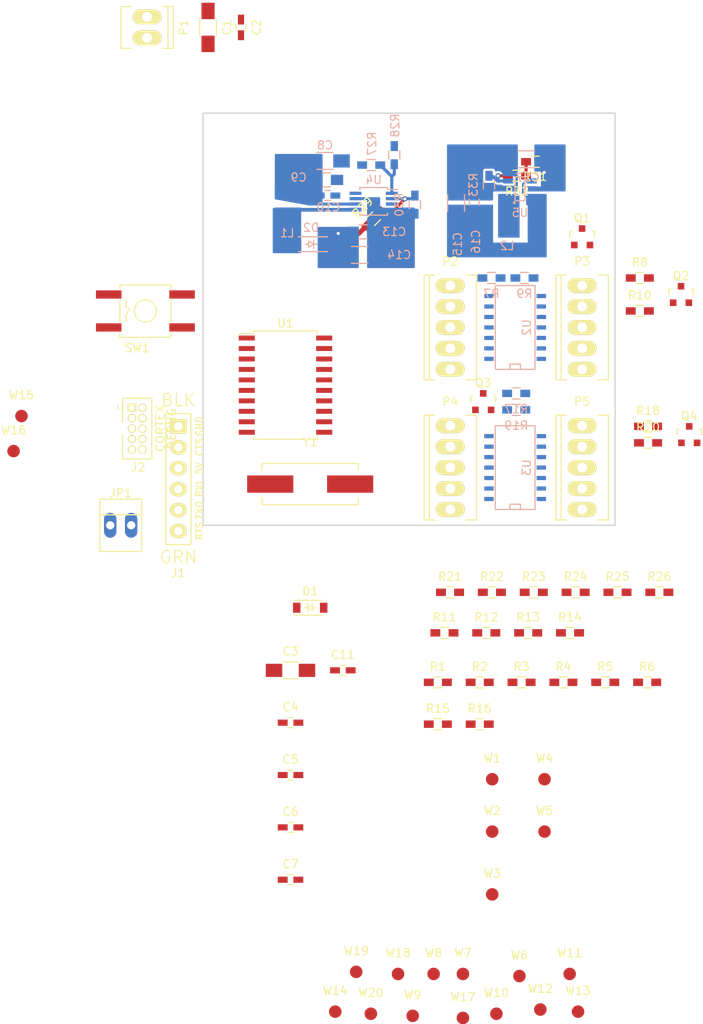
<source format=kicad_pcb>
(kicad_pcb (version 4) (host pcbnew 4.0.2+dfsg1-stable)

  (general
    (links 179)
    (no_connects 149)
    (area 0 0 0 0)
    (thickness 1.6)
    (drawings 4)
    (tracks 31)
    (zones 0)
    (modules 92)
    (nets 68)
  )

  (page A4)
  (layers
    (0 F.Cu signal)
    (1 GND.Cu power)
    (2 VCC.Cu power)
    (31 B.Cu signal)
    (34 B.Paste user)
    (35 F.Paste user)
    (36 B.SilkS user)
    (37 F.SilkS user)
    (38 B.Mask user)
    (39 F.Mask user)
    (44 Edge.Cuts user)
    (45 Margin user)
  )

  (setup
    (last_trace_width 0.381)
    (user_trace_width 0.2032)
    (trace_clearance 0.2286)
    (zone_clearance 0.254)
    (zone_45_only yes)
    (trace_min 0.1778)
    (segment_width 0.2)
    (edge_width 0.15)
    (via_size 0.635)
    (via_drill 0.3302)
    (via_min_size 0.635)
    (via_min_drill 0.3302)
    (uvia_size 0.3)
    (uvia_drill 0.1)
    (uvias_allowed no)
    (uvia_min_size 0)
    (uvia_min_drill 0)
    (pcb_text_width 0.3)
    (pcb_text_size 1.5 1.5)
    (mod_edge_width 0.15)
    (mod_text_size 1 1)
    (mod_text_width 0.15)
    (pad_size 1.524 1.524)
    (pad_drill 0.762)
    (pad_to_mask_clearance 0.2)
    (aux_axis_origin 0 0)
    (visible_elements FFFEFF7F)
    (pcbplotparams
      (layerselection 0x00030_80000001)
      (usegerberextensions false)
      (excludeedgelayer true)
      (linewidth 0.100000)
      (plotframeref false)
      (viasonmask false)
      (mode 1)
      (useauxorigin false)
      (hpglpennumber 1)
      (hpglpenspeed 20)
      (hpglpendiameter 15)
      (hpglpenoverlay 2)
      (psnegative false)
      (psa4output false)
      (plotreference true)
      (plotvalue true)
      (plotinvisibletext false)
      (padsonsilk false)
      (subtractmaskfromsilk false)
      (outputformat 1)
      (mirror false)
      (drillshape 1)
      (scaleselection 1)
      (outputdirectory ""))
  )

  (net 0 "")
  (net 1 +BATT)
  (net 2 GND)
  (net 3 +3V3)
  (net 4 /XTAL)
  (net 5 /EXTAL)
  (net 6 /~MCU_RESET)
  (net 7 "Net-(C11-Pad1)")
  (net 8 /LED_POWER/VCC_LED)
  (net 9 "Net-(D2-Pad2)")
  (net 10 "Net-(J1-Pad2)")
  (net 11 "Net-(J1-Pad3)")
  (net 12 /UART0_RX)
  (net 13 /UART0_TX)
  (net 14 "Net-(J1-Pad6)")
  (net 15 /DEBUG_DETECT)
  (net 16 "Net-(J2-Pad8)")
  (net 17 "Net-(J2-Pad7)")
  (net 18 /SWCLK)
  (net 19 "Net-(J2-Pad6)")
  (net 20 "Net-(J2-Pad1)")
  (net 21 /SWDIO)
  (net 22 "Net-(L2-Pad1)")
  (net 23 "Net-(P2-Pad1)")
  (net 24 /LEDSWITCH_CTRL/GND_LED1)
  (net 25 "Net-(P2-Pad4)")
  (net 26 "Net-(P2-Pad5)")
  (net 27 "Net-(P3-Pad1)")
  (net 28 /LEDSWITCH_CTRL/GND_LED2)
  (net 29 "Net-(P3-Pad4)")
  (net 30 "Net-(P3-Pad5)")
  (net 31 "Net-(P4-Pad1)")
  (net 32 /LEDSWITCH_CTRL/GND_LED3)
  (net 33 "Net-(P4-Pad4)")
  (net 34 "Net-(P4-Pad5)")
  (net 35 "Net-(P5-Pad1)")
  (net 36 /LEDSWITCH_CTRL/GND_LED4)
  (net 37 "Net-(P5-Pad4)")
  (net 38 "Net-(P5-Pad5)")
  (net 39 /LEDSWITCH_CTRL/LED1_CTRL)
  (net 40 /LEDSWITCH_CTRL/LED2_CTRL)
  (net 41 /LEDSWITCH_CTRL/LED3_CTRL)
  (net 42 /LEDSWITCH_CTRL/LED4_CTRL)
  (net 43 /NMI)
  (net 44 "Net-(R6-Pad1)")
  (net 45 "Net-(R11-Pad2)")
  (net 46 "Net-(R12-Pad2)")
  (net 47 "Net-(R13-Pad2)")
  (net 48 "Net-(R10-Pad1)")
  (net 49 "Net-(R17-Pad1)")
  (net 50 "Net-(R18-Pad1)")
  (net 51 "Net-(R19-Pad1)")
  (net 52 "Net-(R20-Pad1)")
  (net 53 "Net-(R27-Pad1)")
  (net 54 "Net-(R27-Pad2)")
  (net 55 "Net-(R29-Pad2)")
  (net 56 "Net-(R31-Pad2)")
  (net 57 "Net-(R32-Pad2)")
  (net 58 /LED_POWER/~LED_SHDN)
  (net 59 "Net-(U1-Pad13)")
  (net 60 /LEDSWITCH_CTRL/SW4_STATE)
  (net 61 /LEDSWITCH_CTRL/SW3_STATE)
  (net 62 /LEDSWITCH_CTRL/SW2_STATE)
  (net 63 /LEDSWITCH_CTRL/SW1_STATE)
  (net 64 "Net-(U2-Pad2)")
  (net 65 "Net-(U2-Pad11)")
  (net 66 "Net-(U3-Pad2)")
  (net 67 "Net-(U3-Pad11)")

  (net_class Default "This is the default net class."
    (clearance 0.2286)
    (trace_width 0.381)
    (via_dia 0.635)
    (via_drill 0.3302)
    (uvia_dia 0.3)
    (uvia_drill 0.1)
    (add_net /DEBUG_DETECT)
    (add_net /EXTAL)
    (add_net /LEDSWITCH_CTRL/GND_LED1)
    (add_net /LEDSWITCH_CTRL/GND_LED2)
    (add_net /LEDSWITCH_CTRL/GND_LED3)
    (add_net /LEDSWITCH_CTRL/GND_LED4)
    (add_net /LEDSWITCH_CTRL/LED1_CTRL)
    (add_net /LEDSWITCH_CTRL/LED2_CTRL)
    (add_net /LEDSWITCH_CTRL/LED3_CTRL)
    (add_net /LEDSWITCH_CTRL/LED4_CTRL)
    (add_net /LEDSWITCH_CTRL/SW1_STATE)
    (add_net /LEDSWITCH_CTRL/SW2_STATE)
    (add_net /LEDSWITCH_CTRL/SW3_STATE)
    (add_net /LEDSWITCH_CTRL/SW4_STATE)
    (add_net /LED_POWER/~LED_SHDN)
    (add_net /NMI)
    (add_net /SWCLK)
    (add_net /SWDIO)
    (add_net /UART0_RX)
    (add_net /UART0_TX)
    (add_net /XTAL)
    (add_net /~MCU_RESET)
    (add_net "Net-(C11-Pad1)")
    (add_net "Net-(D2-Pad2)")
    (add_net "Net-(J1-Pad2)")
    (add_net "Net-(J1-Pad3)")
    (add_net "Net-(J1-Pad6)")
    (add_net "Net-(J2-Pad1)")
    (add_net "Net-(J2-Pad6)")
    (add_net "Net-(J2-Pad7)")
    (add_net "Net-(J2-Pad8)")
    (add_net "Net-(L2-Pad1)")
    (add_net "Net-(P2-Pad1)")
    (add_net "Net-(P2-Pad4)")
    (add_net "Net-(P2-Pad5)")
    (add_net "Net-(P3-Pad1)")
    (add_net "Net-(P3-Pad4)")
    (add_net "Net-(P3-Pad5)")
    (add_net "Net-(P4-Pad1)")
    (add_net "Net-(P4-Pad4)")
    (add_net "Net-(P4-Pad5)")
    (add_net "Net-(P5-Pad1)")
    (add_net "Net-(P5-Pad4)")
    (add_net "Net-(P5-Pad5)")
    (add_net "Net-(R10-Pad1)")
    (add_net "Net-(R11-Pad2)")
    (add_net "Net-(R12-Pad2)")
    (add_net "Net-(R13-Pad2)")
    (add_net "Net-(R17-Pad1)")
    (add_net "Net-(R18-Pad1)")
    (add_net "Net-(R19-Pad1)")
    (add_net "Net-(R20-Pad1)")
    (add_net "Net-(R27-Pad1)")
    (add_net "Net-(R27-Pad2)")
    (add_net "Net-(R29-Pad2)")
    (add_net "Net-(R31-Pad2)")
    (add_net "Net-(R32-Pad2)")
    (add_net "Net-(R6-Pad1)")
    (add_net "Net-(U1-Pad13)")
    (add_net "Net-(U2-Pad11)")
    (add_net "Net-(U2-Pad2)")
    (add_net "Net-(U3-Pad11)")
    (add_net "Net-(U3-Pad2)")
  )

  (net_class GND ""
    (clearance 0.2286)
    (trace_width 0.762)
    (via_dia 0.762)
    (via_drill 0.381)
    (uvia_dia 0.3)
    (uvia_drill 0.1)
    (add_net GND)
  )

  (net_class PWR ""
    (clearance 0.2286)
    (trace_width 0.5842)
    (via_dia 0.762)
    (via_drill 0.381)
    (uvia_dia 0.3)
    (uvia_drill 0.1)
    (add_net +3V3)
    (add_net +BATT)
    (add_net /LED_POWER/VCC_LED)
  )

  (module CORTEX_DEBUG (layer F.Cu) (tedit 578D27FE) (tstamp 57A239BC)
    (at 42 87)
    (path /57831D46)
    (fp_text reference J2 (at 0.127 5.969) (layer F.SilkS)
      (effects (font (size 1 1) (thickness 0.15)))
    )
    (fp_text value CORTEX_DEBUG (at 0 -3.429) (layer F.Fab)
      (effects (font (size 1 1) (thickness 0.15)))
    )
    (fp_text user 1 (at -2.286 -1.27) (layer F.SilkS)
      (effects (font (size 0.5 0.5) (thickness 0.1)))
    )
    (fp_line (start -1.778 0.508) (end -1.778 -2.413) (layer F.SilkS) (width 0.15))
    (fp_line (start -1.778 -2.413) (end 1.778 -2.413) (layer F.SilkS) (width 0.15))
    (fp_line (start 1.778 -2.413) (end 1.778 4.953) (layer F.SilkS) (width 0.15))
    (fp_line (start 1.778 4.953) (end -1.778 4.953) (layer F.SilkS) (width 0.15))
    (fp_line (start -1.778 4.953) (end -1.778 2.032) (layer F.SilkS) (width 0.15))
    (fp_text user DEBUG (at 4.191 1.27 90) (layer F.SilkS)
      (effects (font (size 1 1) (thickness 0.15)))
    )
    (fp_text user CORTEX (at 2.794 1.27 90) (layer F.SilkS)
      (effects (font (size 1 1) (thickness 0.15)))
    )
    (pad 10 thru_hole circle (at 0.635 3.81 90) (size 1 1) (drill 0.7) (layers *.Cu *.Mask F.SilkS)
      (net 6 /~MCU_RESET))
    (pad 9 thru_hole circle (at -0.635 3.81 90) (size 1 1) (drill 0.7) (layers *.Cu *.Mask F.SilkS)
      (net 15 /DEBUG_DETECT))
    (pad 8 thru_hole circle (at 0.635 2.54 90) (size 1 1) (drill 0.7) (layers *.Cu *.Mask F.SilkS)
      (net 16 "Net-(J2-Pad8)"))
    (pad 7 thru_hole circle (at -0.635 2.54 90) (size 1 1) (drill 0.7) (layers *.Cu *.Mask F.SilkS)
      (net 17 "Net-(J2-Pad7)"))
    (pad 3 thru_hole circle (at -0.635 0 90) (size 1 1) (drill 0.7) (layers *.Cu *.Mask F.SilkS)
      (net 2 GND))
    (pad 4 thru_hole circle (at 0.635 0 90) (size 1 1) (drill 0.7) (layers *.Cu *.Mask F.SilkS)
      (net 18 /SWCLK))
    (pad 6 thru_hole circle (at 0.635 1.27 90) (size 1 1) (drill 0.7) (layers *.Cu *.Mask F.SilkS)
      (net 19 "Net-(J2-Pad6)"))
    (pad 1 thru_hole rect (at -0.635 -1.27 90) (size 1 1) (drill 0.7) (layers *.Cu *.Mask F.SilkS)
      (net 20 "Net-(J2-Pad1)"))
    (pad 5 thru_hole circle (at -0.635 1.27 90) (size 1 1) (drill 0.7) (layers *.Cu *.Mask F.SilkS)
      (net 2 GND))
    (pad 2 thru_hole circle (at 0.635 -1.27 90) (size 1 1) (drill 0.7) (layers *.Cu *.Mask F.SilkS)
      (net 21 /SWDIO))
  )

  (module Capacitors_SMD:C_1206_HandSoldering (layer F.Cu) (tedit 541A9C03) (tstamp 57A2389C)
    (at 50.6 39.6 270)
    (descr "Capacitor SMD 1206, hand soldering")
    (tags "capacitor 1206")
    (path /57941BC2)
    (attr smd)
    (fp_text reference C1 (at 0 -2.3 270) (layer F.SilkS)
      (effects (font (size 1 1) (thickness 0.15)))
    )
    (fp_text value "22 uF" (at 0 2.3 270) (layer F.Fab)
      (effects (font (size 1 1) (thickness 0.15)))
    )
    (fp_line (start -3.3 -1.15) (end 3.3 -1.15) (layer F.CrtYd) (width 0.05))
    (fp_line (start -3.3 1.15) (end 3.3 1.15) (layer F.CrtYd) (width 0.05))
    (fp_line (start -3.3 -1.15) (end -3.3 1.15) (layer F.CrtYd) (width 0.05))
    (fp_line (start 3.3 -1.15) (end 3.3 1.15) (layer F.CrtYd) (width 0.05))
    (fp_line (start 1 -1.025) (end -1 -1.025) (layer F.SilkS) (width 0.15))
    (fp_line (start -1 1.025) (end 1 1.025) (layer F.SilkS) (width 0.15))
    (pad 1 smd rect (at -2 0 270) (size 2 1.6) (layers F.Cu F.Paste F.Mask)
      (net 1 +BATT))
    (pad 2 smd rect (at 2 0 270) (size 2 1.6) (layers F.Cu F.Paste F.Mask)
      (net 2 GND))
    (model Capacitors_SMD.3dshapes/C_1206_HandSoldering.wrl
      (at (xyz 0 0 0))
      (scale (xyz 1 1 1))
      (rotate (xyz 0 0 0))
    )
  )

  (module Capacitors_SMD:C_0603_HandSoldering (layer F.Cu) (tedit 541A9B4D) (tstamp 57A238A8)
    (at 54.6 39.6 270)
    (descr "Capacitor SMD 0603, hand soldering")
    (tags "capacitor 0603")
    (path /57941C8B)
    (attr smd)
    (fp_text reference C2 (at 0 -1.9 270) (layer F.SilkS)
      (effects (font (size 1 1) (thickness 0.15)))
    )
    (fp_text value "100 nF" (at 0 1.9 270) (layer F.Fab)
      (effects (font (size 1 1) (thickness 0.15)))
    )
    (fp_line (start -1.85 -0.75) (end 1.85 -0.75) (layer F.CrtYd) (width 0.05))
    (fp_line (start -1.85 0.75) (end 1.85 0.75) (layer F.CrtYd) (width 0.05))
    (fp_line (start -1.85 -0.75) (end -1.85 0.75) (layer F.CrtYd) (width 0.05))
    (fp_line (start 1.85 -0.75) (end 1.85 0.75) (layer F.CrtYd) (width 0.05))
    (fp_line (start -0.35 -0.6) (end 0.35 -0.6) (layer F.SilkS) (width 0.15))
    (fp_line (start 0.35 0.6) (end -0.35 0.6) (layer F.SilkS) (width 0.15))
    (pad 1 smd rect (at -0.95 0 270) (size 1.2 0.75) (layers F.Cu F.Paste F.Mask)
      (net 1 +BATT))
    (pad 2 smd rect (at 0.95 0 270) (size 1.2 0.75) (layers F.Cu F.Paste F.Mask)
      (net 2 GND))
    (model Capacitors_SMD.3dshapes/C_0603_HandSoldering.wrl
      (at (xyz 0 0 0))
      (scale (xyz 1 1 1))
      (rotate (xyz 0 0 0))
    )
  )

  (module Capacitors_SMD:C_1206_HandSoldering (layer F.Cu) (tedit 541A9C03) (tstamp 57A238B4)
    (at 60.61 117.6)
    (descr "Capacitor SMD 1206, hand soldering")
    (tags "capacitor 1206")
    (path /579076A6)
    (attr smd)
    (fp_text reference C3 (at 0 -2.3) (layer F.SilkS)
      (effects (font (size 1 1) (thickness 0.15)))
    )
    (fp_text value "10 uF" (at 0 2.3) (layer F.Fab)
      (effects (font (size 1 1) (thickness 0.15)))
    )
    (fp_line (start -3.3 -1.15) (end 3.3 -1.15) (layer F.CrtYd) (width 0.05))
    (fp_line (start -3.3 1.15) (end 3.3 1.15) (layer F.CrtYd) (width 0.05))
    (fp_line (start -3.3 -1.15) (end -3.3 1.15) (layer F.CrtYd) (width 0.05))
    (fp_line (start 3.3 -1.15) (end 3.3 1.15) (layer F.CrtYd) (width 0.05))
    (fp_line (start 1 -1.025) (end -1 -1.025) (layer F.SilkS) (width 0.15))
    (fp_line (start -1 1.025) (end 1 1.025) (layer F.SilkS) (width 0.15))
    (pad 1 smd rect (at -2 0) (size 2 1.6) (layers F.Cu F.Paste F.Mask)
      (net 3 +3V3))
    (pad 2 smd rect (at 2 0) (size 2 1.6) (layers F.Cu F.Paste F.Mask)
      (net 2 GND))
    (model Capacitors_SMD.3dshapes/C_1206_HandSoldering.wrl
      (at (xyz 0 0 0))
      (scale (xyz 1 1 1))
      (rotate (xyz 0 0 0))
    )
  )

  (module Capacitors_SMD:C_0603_HandSoldering (layer F.Cu) (tedit 541A9B4D) (tstamp 57A238C0)
    (at 60.61 123.95)
    (descr "Capacitor SMD 0603, hand soldering")
    (tags "capacitor 0603")
    (path /57907470)
    (attr smd)
    (fp_text reference C4 (at 0 -1.9) (layer F.SilkS)
      (effects (font (size 1 1) (thickness 0.15)))
    )
    (fp_text value "100 nF" (at 0 1.9) (layer F.Fab)
      (effects (font (size 1 1) (thickness 0.15)))
    )
    (fp_line (start -1.85 -0.75) (end 1.85 -0.75) (layer F.CrtYd) (width 0.05))
    (fp_line (start -1.85 0.75) (end 1.85 0.75) (layer F.CrtYd) (width 0.05))
    (fp_line (start -1.85 -0.75) (end -1.85 0.75) (layer F.CrtYd) (width 0.05))
    (fp_line (start 1.85 -0.75) (end 1.85 0.75) (layer F.CrtYd) (width 0.05))
    (fp_line (start -0.35 -0.6) (end 0.35 -0.6) (layer F.SilkS) (width 0.15))
    (fp_line (start 0.35 0.6) (end -0.35 0.6) (layer F.SilkS) (width 0.15))
    (pad 1 smd rect (at -0.95 0) (size 1.2 0.75) (layers F.Cu F.Paste F.Mask)
      (net 3 +3V3))
    (pad 2 smd rect (at 0.95 0) (size 1.2 0.75) (layers F.Cu F.Paste F.Mask)
      (net 2 GND))
    (model Capacitors_SMD.3dshapes/C_0603_HandSoldering.wrl
      (at (xyz 0 0 0))
      (scale (xyz 1 1 1))
      (rotate (xyz 0 0 0))
    )
  )

  (module Capacitors_SMD:C_0603_HandSoldering (layer F.Cu) (tedit 541A9B4D) (tstamp 57A238CC)
    (at 60.61 130.3)
    (descr "Capacitor SMD 0603, hand soldering")
    (tags "capacitor 0603")
    (path /57924D6B)
    (attr smd)
    (fp_text reference C5 (at 0 -1.9) (layer F.SilkS)
      (effects (font (size 1 1) (thickness 0.15)))
    )
    (fp_text value "18 pF" (at 0 1.9) (layer F.Fab)
      (effects (font (size 1 1) (thickness 0.15)))
    )
    (fp_line (start -1.85 -0.75) (end 1.85 -0.75) (layer F.CrtYd) (width 0.05))
    (fp_line (start -1.85 0.75) (end 1.85 0.75) (layer F.CrtYd) (width 0.05))
    (fp_line (start -1.85 -0.75) (end -1.85 0.75) (layer F.CrtYd) (width 0.05))
    (fp_line (start 1.85 -0.75) (end 1.85 0.75) (layer F.CrtYd) (width 0.05))
    (fp_line (start -0.35 -0.6) (end 0.35 -0.6) (layer F.SilkS) (width 0.15))
    (fp_line (start 0.35 0.6) (end -0.35 0.6) (layer F.SilkS) (width 0.15))
    (pad 1 smd rect (at -0.95 0) (size 1.2 0.75) (layers F.Cu F.Paste F.Mask)
      (net 4 /XTAL))
    (pad 2 smd rect (at 0.95 0) (size 1.2 0.75) (layers F.Cu F.Paste F.Mask)
      (net 2 GND))
    (model Capacitors_SMD.3dshapes/C_0603_HandSoldering.wrl
      (at (xyz 0 0 0))
      (scale (xyz 1 1 1))
      (rotate (xyz 0 0 0))
    )
  )

  (module Capacitors_SMD:C_0603_HandSoldering (layer F.Cu) (tedit 541A9B4D) (tstamp 57A238D8)
    (at 60.61 136.65)
    (descr "Capacitor SMD 0603, hand soldering")
    (tags "capacitor 0603")
    (path /57924E54)
    (attr smd)
    (fp_text reference C6 (at 0 -1.9) (layer F.SilkS)
      (effects (font (size 1 1) (thickness 0.15)))
    )
    (fp_text value "18 pF" (at 0 1.9) (layer F.Fab)
      (effects (font (size 1 1) (thickness 0.15)))
    )
    (fp_line (start -1.85 -0.75) (end 1.85 -0.75) (layer F.CrtYd) (width 0.05))
    (fp_line (start -1.85 0.75) (end 1.85 0.75) (layer F.CrtYd) (width 0.05))
    (fp_line (start -1.85 -0.75) (end -1.85 0.75) (layer F.CrtYd) (width 0.05))
    (fp_line (start 1.85 -0.75) (end 1.85 0.75) (layer F.CrtYd) (width 0.05))
    (fp_line (start -0.35 -0.6) (end 0.35 -0.6) (layer F.SilkS) (width 0.15))
    (fp_line (start 0.35 0.6) (end -0.35 0.6) (layer F.SilkS) (width 0.15))
    (pad 1 smd rect (at -0.95 0) (size 1.2 0.75) (layers F.Cu F.Paste F.Mask)
      (net 5 /EXTAL))
    (pad 2 smd rect (at 0.95 0) (size 1.2 0.75) (layers F.Cu F.Paste F.Mask)
      (net 2 GND))
    (model Capacitors_SMD.3dshapes/C_0603_HandSoldering.wrl
      (at (xyz 0 0 0))
      (scale (xyz 1 1 1))
      (rotate (xyz 0 0 0))
    )
  )

  (module Capacitors_SMD:C_0603_HandSoldering (layer F.Cu) (tedit 541A9B4D) (tstamp 57A238E4)
    (at 60.61 143)
    (descr "Capacitor SMD 0603, hand soldering")
    (tags "capacitor 0603")
    (path /578A8BBC)
    (attr smd)
    (fp_text reference C7 (at 0 -1.9) (layer F.SilkS)
      (effects (font (size 1 1) (thickness 0.15)))
    )
    (fp_text value "100 nF" (at 0 1.9) (layer F.Fab)
      (effects (font (size 1 1) (thickness 0.15)))
    )
    (fp_line (start -1.85 -0.75) (end 1.85 -0.75) (layer F.CrtYd) (width 0.05))
    (fp_line (start -1.85 0.75) (end 1.85 0.75) (layer F.CrtYd) (width 0.05))
    (fp_line (start -1.85 -0.75) (end -1.85 0.75) (layer F.CrtYd) (width 0.05))
    (fp_line (start 1.85 -0.75) (end 1.85 0.75) (layer F.CrtYd) (width 0.05))
    (fp_line (start -0.35 -0.6) (end 0.35 -0.6) (layer F.SilkS) (width 0.15))
    (fp_line (start 0.35 0.6) (end -0.35 0.6) (layer F.SilkS) (width 0.15))
    (pad 1 smd rect (at -0.95 0) (size 1.2 0.75) (layers F.Cu F.Paste F.Mask)
      (net 6 /~MCU_RESET))
    (pad 2 smd rect (at 0.95 0) (size 1.2 0.75) (layers F.Cu F.Paste F.Mask)
      (net 2 GND))
    (model Capacitors_SMD.3dshapes/C_0603_HandSoldering.wrl
      (at (xyz 0 0 0))
      (scale (xyz 1 1 1))
      (rotate (xyz 0 0 0))
    )
  )

  (module Capacitors_SMD:C_1206_HandSoldering (layer B.Cu) (tedit 578CC9C1) (tstamp 57A238F0)
    (at 64.8 55.8)
    (descr "Capacitor SMD 1206, hand soldering")
    (tags "capacitor 1206")
    (path /578D82C6/578D89A5)
    (attr smd)
    (fp_text reference C8 (at 0 -1.9) (layer B.SilkS)
      (effects (font (size 1 1) (thickness 0.15)) (justify mirror))
    )
    (fp_text value "22 uF" (at 0 -2.3) (layer B.Fab)
      (effects (font (size 1 1) (thickness 0.15)) (justify mirror))
    )
    (fp_line (start -3.3 1.15) (end 3.3 1.15) (layer B.CrtYd) (width 0.05))
    (fp_line (start -3.3 -1.15) (end 3.3 -1.15) (layer B.CrtYd) (width 0.05))
    (fp_line (start -3.3 1.15) (end -3.3 -1.15) (layer B.CrtYd) (width 0.05))
    (fp_line (start 3.3 1.15) (end 3.3 -1.15) (layer B.CrtYd) (width 0.05))
    (fp_line (start 1 1.025) (end -1 1.025) (layer B.SilkS) (width 0.15))
    (fp_line (start -1 -1.025) (end 1 -1.025) (layer B.SilkS) (width 0.15))
    (pad 1 smd rect (at -2 0) (size 2 1.6) (layers B.Cu B.Paste B.Mask)
      (net 1 +BATT))
    (pad 2 smd rect (at 2 0) (size 2 1.6) (layers B.Cu B.Paste B.Mask)
      (net 2 GND))
    (model Capacitors_SMD.3dshapes/C_1206_HandSoldering.wrl
      (at (xyz 0 0 0))
      (scale (xyz 1 1 1))
      (rotate (xyz 0 0 0))
    )
  )

  (module Capacitors_SMD:C_0805_HandSoldering (layer B.Cu) (tedit 578CC9BA) (tstamp 57A238FC)
    (at 65 58.1)
    (descr "Capacitor SMD 0805, hand soldering")
    (tags "capacitor 0805")
    (path /578D82C6/5797F251)
    (attr smd)
    (fp_text reference C9 (at -3.4 -0.3) (layer B.SilkS)
      (effects (font (size 1 1) (thickness 0.15)) (justify mirror))
    )
    (fp_text value "1 uF" (at 0 -2.1) (layer B.Fab)
      (effects (font (size 1 1) (thickness 0.15)) (justify mirror))
    )
    (fp_line (start -2.3 1) (end 2.3 1) (layer B.CrtYd) (width 0.05))
    (fp_line (start -2.3 -1) (end 2.3 -1) (layer B.CrtYd) (width 0.05))
    (fp_line (start -2.3 1) (end -2.3 -1) (layer B.CrtYd) (width 0.05))
    (fp_line (start 2.3 1) (end 2.3 -1) (layer B.CrtYd) (width 0.05))
    (fp_line (start 0.5 0.85) (end -0.5 0.85) (layer B.SilkS) (width 0.15))
    (fp_line (start -0.5 -0.85) (end 0.5 -0.85) (layer B.SilkS) (width 0.15))
    (pad 1 smd rect (at -1.25 0) (size 1.5 1.25) (layers B.Cu B.Paste B.Mask)
      (net 1 +BATT))
    (pad 2 smd rect (at 1.25 0) (size 1.5 1.25) (layers B.Cu B.Paste B.Mask)
      (net 2 GND))
    (model Capacitors_SMD.3dshapes/C_0805_HandSoldering.wrl
      (at (xyz 0 0 0))
      (scale (xyz 1 1 1))
      (rotate (xyz 0 0 0))
    )
  )

  (module Capacitors_SMD:C_0603_HandSoldering (layer B.Cu) (tedit 578CC9B1) (tstamp 57A23908)
    (at 65.1 60)
    (descr "Capacitor SMD 0603, hand soldering")
    (tags "capacitor 0603")
    (path /578D82C6/5797F297)
    (attr smd)
    (fp_text reference C10 (at 0.1 1.4) (layer B.SilkS)
      (effects (font (size 1 1) (thickness 0.15)) (justify mirror))
    )
    (fp_text value "100 nF" (at 0 -1.9) (layer B.Fab)
      (effects (font (size 1 1) (thickness 0.15)) (justify mirror))
    )
    (fp_line (start -1.85 0.75) (end 1.85 0.75) (layer B.CrtYd) (width 0.05))
    (fp_line (start -1.85 -0.75) (end 1.85 -0.75) (layer B.CrtYd) (width 0.05))
    (fp_line (start -1.85 0.75) (end -1.85 -0.75) (layer B.CrtYd) (width 0.05))
    (fp_line (start 1.85 0.75) (end 1.85 -0.75) (layer B.CrtYd) (width 0.05))
    (fp_line (start -0.35 0.6) (end 0.35 0.6) (layer B.SilkS) (width 0.15))
    (fp_line (start 0.35 -0.6) (end -0.35 -0.6) (layer B.SilkS) (width 0.15))
    (pad 1 smd rect (at -0.95 0) (size 1.2 0.75) (layers B.Cu B.Paste B.Mask)
      (net 1 +BATT))
    (pad 2 smd rect (at 0.95 0) (size 1.2 0.75) (layers B.Cu B.Paste B.Mask)
      (net 2 GND))
    (model Capacitors_SMD.3dshapes/C_0603_HandSoldering.wrl
      (at (xyz 0 0 0))
      (scale (xyz 1 1 1))
      (rotate (xyz 0 0 0))
    )
  )

  (module Capacitors_SMD:C_0603_HandSoldering (layer F.Cu) (tedit 541A9B4D) (tstamp 57A23914)
    (at 66.96 117.6)
    (descr "Capacitor SMD 0603, hand soldering")
    (tags "capacitor 0603")
    (path /578D82C6/578D8A18)
    (attr smd)
    (fp_text reference C11 (at 0 -1.9) (layer F.SilkS)
      (effects (font (size 1 1) (thickness 0.15)))
    )
    (fp_text value "220 pF" (at 0 1.9) (layer F.Fab)
      (effects (font (size 1 1) (thickness 0.15)))
    )
    (fp_line (start -1.85 -0.75) (end 1.85 -0.75) (layer F.CrtYd) (width 0.05))
    (fp_line (start -1.85 0.75) (end 1.85 0.75) (layer F.CrtYd) (width 0.05))
    (fp_line (start -1.85 -0.75) (end -1.85 0.75) (layer F.CrtYd) (width 0.05))
    (fp_line (start 1.85 -0.75) (end 1.85 0.75) (layer F.CrtYd) (width 0.05))
    (fp_line (start -0.35 -0.6) (end 0.35 -0.6) (layer F.SilkS) (width 0.15))
    (fp_line (start 0.35 0.6) (end -0.35 0.6) (layer F.SilkS) (width 0.15))
    (pad 1 smd rect (at -0.95 0) (size 1.2 0.75) (layers F.Cu F.Paste F.Mask)
      (net 7 "Net-(C11-Pad1)"))
    (pad 2 smd rect (at 0.95 0) (size 1.2 0.75) (layers F.Cu F.Paste F.Mask)
      (net 2 GND))
    (model Capacitors_SMD.3dshapes/C_0603_HandSoldering.wrl
      (at (xyz 0 0 0))
      (scale (xyz 1 1 1))
      (rotate (xyz 0 0 0))
    )
  )

  (module Capacitors_SMD:C_0805_HandSoldering (layer B.Cu) (tedit 578CC857) (tstamp 57A2392C)
    (at 69.4 64.4)
    (descr "Capacitor SMD 0805, hand soldering")
    (tags "capacitor 0805")
    (path /578D82C6/57993070)
    (attr smd)
    (fp_text reference C13 (at 3.8 0) (layer B.SilkS)
      (effects (font (size 1 1) (thickness 0.15)) (justify mirror))
    )
    (fp_text value "1 uF" (at 0 -2.1) (layer B.Fab)
      (effects (font (size 1 1) (thickness 0.15)) (justify mirror))
    )
    (fp_line (start -2.3 1) (end 2.3 1) (layer B.CrtYd) (width 0.05))
    (fp_line (start -2.3 -1) (end 2.3 -1) (layer B.CrtYd) (width 0.05))
    (fp_line (start -2.3 1) (end -2.3 -1) (layer B.CrtYd) (width 0.05))
    (fp_line (start 2.3 1) (end 2.3 -1) (layer B.CrtYd) (width 0.05))
    (fp_line (start 0.5 0.85) (end -0.5 0.85) (layer B.SilkS) (width 0.15))
    (fp_line (start -0.5 -0.85) (end 0.5 -0.85) (layer B.SilkS) (width 0.15))
    (pad 1 smd rect (at -1.25 0) (size 1.5 1.25) (layers B.Cu B.Paste B.Mask)
      (net 8 /LED_POWER/VCC_LED))
    (pad 2 smd rect (at 1.25 0) (size 1.5 1.25) (layers B.Cu B.Paste B.Mask)
      (net 2 GND))
    (model Capacitors_SMD.3dshapes/C_0805_HandSoldering.wrl
      (at (xyz 0 0 0))
      (scale (xyz 1 1 1))
      (rotate (xyz 0 0 0))
    )
  )

  (module Capacitors_SMD:C_1206_HandSoldering (layer B.Cu) (tedit 578CC85B) (tstamp 57A23938)
    (at 69 67.2)
    (descr "Capacitor SMD 1206, hand soldering")
    (tags "capacitor 1206")
    (path /578D82C6/57993076)
    (attr smd)
    (fp_text reference C14 (at 4.8 0) (layer B.SilkS)
      (effects (font (size 1 1) (thickness 0.15)) (justify mirror))
    )
    (fp_text value "22 uF" (at 0 -2.3) (layer B.Fab)
      (effects (font (size 1 1) (thickness 0.15)) (justify mirror))
    )
    (fp_line (start -3.3 1.15) (end 3.3 1.15) (layer B.CrtYd) (width 0.05))
    (fp_line (start -3.3 -1.15) (end 3.3 -1.15) (layer B.CrtYd) (width 0.05))
    (fp_line (start -3.3 1.15) (end -3.3 -1.15) (layer B.CrtYd) (width 0.05))
    (fp_line (start 3.3 1.15) (end 3.3 -1.15) (layer B.CrtYd) (width 0.05))
    (fp_line (start 1 1.025) (end -1 1.025) (layer B.SilkS) (width 0.15))
    (fp_line (start -1 -1.025) (end 1 -1.025) (layer B.SilkS) (width 0.15))
    (pad 1 smd rect (at -2 0) (size 2 1.6) (layers B.Cu B.Paste B.Mask)
      (net 8 /LED_POWER/VCC_LED))
    (pad 2 smd rect (at 2 0) (size 2 1.6) (layers B.Cu B.Paste B.Mask)
      (net 2 GND))
    (model Capacitors_SMD.3dshapes/C_1206_HandSoldering.wrl
      (at (xyz 0 0 0))
      (scale (xyz 1 1 1))
      (rotate (xyz 0 0 0))
    )
  )

  (module Capacitors_SMD:C_1206_HandSoldering (layer B.Cu) (tedit 578C7645) (tstamp 57A23944)
    (at 80.7 60.9 90)
    (descr "Capacitor SMD 1206, hand soldering")
    (tags "capacitor 1206")
    (path /578DEFDD/578DFC3F)
    (attr smd)
    (fp_text reference C15 (at -5 0.2 90) (layer B.SilkS)
      (effects (font (size 1 1) (thickness 0.15)) (justify mirror))
    )
    (fp_text value "10 uF" (at 0 -2.3 90) (layer B.Fab)
      (effects (font (size 1 1) (thickness 0.15)) (justify mirror))
    )
    (fp_line (start -3.3 1.15) (end 3.3 1.15) (layer B.CrtYd) (width 0.05))
    (fp_line (start -3.3 -1.15) (end 3.3 -1.15) (layer B.CrtYd) (width 0.05))
    (fp_line (start -3.3 1.15) (end -3.3 -1.15) (layer B.CrtYd) (width 0.05))
    (fp_line (start 3.3 1.15) (end 3.3 -1.15) (layer B.CrtYd) (width 0.05))
    (fp_line (start 1 1.025) (end -1 1.025) (layer B.SilkS) (width 0.15))
    (fp_line (start -1 -1.025) (end 1 -1.025) (layer B.SilkS) (width 0.15))
    (pad 1 smd rect (at -2 0 90) (size 2 1.6) (layers B.Cu B.Paste B.Mask)
      (net 1 +BATT))
    (pad 2 smd rect (at 2 0 90) (size 2 1.6) (layers B.Cu B.Paste B.Mask)
      (net 2 GND))
    (model Capacitors_SMD.3dshapes/C_1206_HandSoldering.wrl
      (at (xyz 0 0 0))
      (scale (xyz 1 1 1))
      (rotate (xyz 0 0 0))
    )
  )

  (module Capacitors_SMD:C_0603_HandSoldering (layer B.Cu) (tedit 578C7640) (tstamp 57A23950)
    (at 82.9 60.8 90)
    (descr "Capacitor SMD 0603, hand soldering")
    (tags "capacitor 0603")
    (path /578DEFDD/57983D38)
    (attr smd)
    (fp_text reference C16 (at -4.8 0.2 90) (layer B.SilkS)
      (effects (font (size 1 1) (thickness 0.15)) (justify mirror))
    )
    (fp_text value "100 nF" (at 0 -1.9 90) (layer B.Fab)
      (effects (font (size 1 1) (thickness 0.15)) (justify mirror))
    )
    (fp_line (start -1.85 0.75) (end 1.85 0.75) (layer B.CrtYd) (width 0.05))
    (fp_line (start -1.85 -0.75) (end 1.85 -0.75) (layer B.CrtYd) (width 0.05))
    (fp_line (start -1.85 0.75) (end -1.85 -0.75) (layer B.CrtYd) (width 0.05))
    (fp_line (start 1.85 0.75) (end 1.85 -0.75) (layer B.CrtYd) (width 0.05))
    (fp_line (start -0.35 0.6) (end 0.35 0.6) (layer B.SilkS) (width 0.15))
    (fp_line (start 0.35 -0.6) (end -0.35 -0.6) (layer B.SilkS) (width 0.15))
    (pad 1 smd rect (at -0.95 0 90) (size 1.2 0.75) (layers B.Cu B.Paste B.Mask)
      (net 1 +BATT))
    (pad 2 smd rect (at 0.95 0 90) (size 1.2 0.75) (layers B.Cu B.Paste B.Mask)
      (net 2 GND))
    (model Capacitors_SMD.3dshapes/C_0603_HandSoldering.wrl
      (at (xyz 0 0 0))
      (scale (xyz 1 1 1))
      (rotate (xyz 0 0 0))
    )
  )

  (module Diodes_SMD:SOD-123 (layer F.Cu) (tedit 5530FCB9) (tstamp 57A2397A)
    (at 63 110)
    (descr SOD-123)
    (tags SOD-123)
    (path /578BE6A0)
    (attr smd)
    (fp_text reference D1 (at 0 -2) (layer F.SilkS)
      (effects (font (size 1 1) (thickness 0.15)))
    )
    (fp_text value MBR0520LT3G (at 0 2.1) (layer F.Fab)
      (effects (font (size 1 1) (thickness 0.15)))
    )
    (fp_line (start 0.3175 0) (end 0.6985 0) (layer F.SilkS) (width 0.15))
    (fp_line (start -0.6985 0) (end -0.3175 0) (layer F.SilkS) (width 0.15))
    (fp_line (start -0.3175 0) (end 0.3175 -0.381) (layer F.SilkS) (width 0.15))
    (fp_line (start 0.3175 -0.381) (end 0.3175 0.381) (layer F.SilkS) (width 0.15))
    (fp_line (start 0.3175 0.381) (end -0.3175 0) (layer F.SilkS) (width 0.15))
    (fp_line (start -0.3175 -0.508) (end -0.3175 0.508) (layer F.SilkS) (width 0.15))
    (fp_line (start -2.25 -1.05) (end 2.25 -1.05) (layer F.CrtYd) (width 0.05))
    (fp_line (start 2.25 -1.05) (end 2.25 1.05) (layer F.CrtYd) (width 0.05))
    (fp_line (start 2.25 1.05) (end -2.25 1.05) (layer F.CrtYd) (width 0.05))
    (fp_line (start -2.25 -1.05) (end -2.25 1.05) (layer F.CrtYd) (width 0.05))
    (fp_line (start -2 0.9) (end 1.54 0.9) (layer F.SilkS) (width 0.15))
    (fp_line (start -2 -0.9) (end 1.54 -0.9) (layer F.SilkS) (width 0.15))
    (pad 1 smd rect (at -1.635 0) (size 0.91 1.22) (layers F.Cu F.Paste F.Mask)
      (net 3 +3V3))
    (pad 2 smd rect (at 1.635 0) (size 0.91 1.22) (layers F.Cu F.Paste F.Mask)
      (net 6 /~MCU_RESET))
  )

  (module Diodes_SMD:SOD-123 (layer B.Cu) (tedit 5530FCB9) (tstamp 57A2398C)
    (at 63.1 65.9 180)
    (descr SOD-123)
    (tags SOD-123)
    (path /578D82C6/578D899E)
    (attr smd)
    (fp_text reference D2 (at 0 2 180) (layer B.SilkS)
      (effects (font (size 1 1) (thickness 0.15)) (justify mirror))
    )
    (fp_text value MBR0520LT3G (at 0 -2.1 180) (layer B.Fab)
      (effects (font (size 1 1) (thickness 0.15)) (justify mirror))
    )
    (fp_line (start 0.3175 0) (end 0.6985 0) (layer B.SilkS) (width 0.15))
    (fp_line (start -0.6985 0) (end -0.3175 0) (layer B.SilkS) (width 0.15))
    (fp_line (start -0.3175 0) (end 0.3175 0.381) (layer B.SilkS) (width 0.15))
    (fp_line (start 0.3175 0.381) (end 0.3175 -0.381) (layer B.SilkS) (width 0.15))
    (fp_line (start 0.3175 -0.381) (end -0.3175 0) (layer B.SilkS) (width 0.15))
    (fp_line (start -0.3175 0.508) (end -0.3175 -0.508) (layer B.SilkS) (width 0.15))
    (fp_line (start -2.25 1.05) (end 2.25 1.05) (layer B.CrtYd) (width 0.05))
    (fp_line (start 2.25 1.05) (end 2.25 -1.05) (layer B.CrtYd) (width 0.05))
    (fp_line (start 2.25 -1.05) (end -2.25 -1.05) (layer B.CrtYd) (width 0.05))
    (fp_line (start -2.25 1.05) (end -2.25 -1.05) (layer B.CrtYd) (width 0.05))
    (fp_line (start -2 -0.9) (end 1.54 -0.9) (layer B.SilkS) (width 0.15))
    (fp_line (start -2 0.9) (end 1.54 0.9) (layer B.SilkS) (width 0.15))
    (pad 1 smd rect (at -1.635 0 180) (size 0.91 1.22) (layers B.Cu B.Paste B.Mask)
      (net 8 /LED_POWER/VCC_LED))
    (pad 2 smd rect (at 1.635 0 180) (size 0.91 1.22) (layers B.Cu B.Paste B.Mask)
      (net 9 "Net-(D2-Pad2)"))
  )

  (module playbinary:FTDI_6pin_connector (layer F.Cu) (tedit 578BDAAE) (tstamp 57A239A6)
    (at 47 88)
    (descr "Through hole pin header")
    (tags "pin header")
    (path /578A4813)
    (fp_text reference J1 (at 0 17.78) (layer F.SilkS)
      (effects (font (size 1 1) (thickness 0.15)))
    )
    (fp_text value FTDI_CONN (at 0 -5.08) (layer F.Fab)
      (effects (font (size 1 1) (thickness 0.15)))
    )
    (fp_line (start -1.524 -1.524) (end -1.524 14.351) (layer F.SilkS) (width 0.15))
    (fp_line (start -1.524 14.351) (end 1.524 14.351) (layer F.SilkS) (width 0.15))
    (fp_line (start 1.524 14.351) (end 1.524 -1.524) (layer F.SilkS) (width 0.15))
    (fp_text user RTS (at 2.54 12.7 90) (layer F.SilkS)
      (effects (font (size 0.8 0.8) (thickness 0.15)))
    )
    (fp_text user TXO (at 2.54 10.16 90) (layer F.SilkS)
      (effects (font (size 0.8 0.8) (thickness 0.15)))
    )
    (fp_text user RXI (at 2.54 7.62 90) (layer F.SilkS)
      (effects (font (size 0.8 0.8) (thickness 0.15)))
    )
    (fp_text user 5V (at 2.54 5.08 90) (layer F.SilkS)
      (effects (font (size 0.8 0.8) (thickness 0.15)))
    )
    (fp_text user CTS (at 2.54 2.54 270) (layer F.SilkS)
      (effects (font (size 0.8 0.8) (thickness 0.15)))
    )
    (fp_text user GND (at 2.54 0 270) (layer F.SilkS)
      (effects (font (size 0.8 0.8) (thickness 0.15)))
    )
    (fp_text user BLK (at 0 -3.175) (layer F.SilkS)
      (effects (font (size 1.5 1.5) (thickness 0.15)))
    )
    (fp_text user GRN (at 0 15.875) (layer F.SilkS)
      (effects (font (size 1.5 1.5) (thickness 0.15)))
    )
    (fp_line (start -1.75 -1.75) (end -1.75 14.45) (layer F.CrtYd) (width 0.05))
    (fp_line (start 1.75 -1.75) (end 1.75 14.45) (layer F.CrtYd) (width 0.05))
    (fp_line (start -1.75 -1.75) (end 1.75 -1.75) (layer F.CrtYd) (width 0.05))
    (fp_line (start -1.75 14.45) (end 1.75 14.45) (layer F.CrtYd) (width 0.05))
    (fp_line (start -1.55 -1.55) (end 1.55 -1.55) (layer F.SilkS) (width 0.15))
    (pad 1 thru_hole rect (at 0 0) (size 2.032 1.7272) (drill 1.016) (layers *.Cu *.Mask F.SilkS)
      (net 2 GND))
    (pad 2 thru_hole oval (at 0 2.54) (size 2.032 1.7272) (drill 1.016) (layers *.Cu *.Mask F.SilkS)
      (net 10 "Net-(J1-Pad2)"))
    (pad 3 thru_hole oval (at 0 5.08) (size 2.032 1.7272) (drill 1.016) (layers *.Cu *.Mask F.SilkS)
      (net 11 "Net-(J1-Pad3)"))
    (pad 4 thru_hole oval (at 0 7.62) (size 2.032 1.7272) (drill 1.016) (layers *.Cu *.Mask F.SilkS)
      (net 12 /UART0_RX))
    (pad 5 thru_hole oval (at 0 10.16) (size 2.032 1.7272) (drill 1.016) (layers *.Cu *.Mask F.SilkS)
      (net 13 /UART0_TX))
    (pad 6 thru_hole oval (at 0 12.7) (size 2.032 1.7272) (drill 1.016) (layers *.Cu *.Mask F.SilkS)
      (net 14 "Net-(J1-Pad6)"))
    (model Pin_Headers.3dshapes/Pin_Header_Straight_1x06.wrl
      (at (xyz 0 -0.25 0))
      (scale (xyz 1 1 1))
      (rotate (xyz 0 0 90))
    )
  )

  (module Connect:PINHEAD1-2 (layer F.Cu) (tedit 0) (tstamp 57A239C7)
    (at 40 100)
    (path /5788E2D9)
    (attr virtual)
    (fp_text reference JP1 (at 0 -3.9) (layer F.SilkS)
      (effects (font (size 1 1) (thickness 0.15)))
    )
    (fp_text value JUMPER (at 0 3.81) (layer F.Fab)
      (effects (font (size 1 1) (thickness 0.15)))
    )
    (fp_line (start 2.54 -1.27) (end -2.54 -1.27) (layer F.SilkS) (width 0.15))
    (fp_line (start 2.54 3.175) (end -2.54 3.175) (layer F.SilkS) (width 0.15))
    (fp_line (start -2.54 -3.175) (end 2.54 -3.175) (layer F.SilkS) (width 0.15))
    (fp_line (start -2.54 -3.175) (end -2.54 3.175) (layer F.SilkS) (width 0.15))
    (fp_line (start 2.54 -3.175) (end 2.54 3.175) (layer F.SilkS) (width 0.15))
    (pad 1 thru_hole oval (at -1.27 0) (size 1.50622 3.01498) (drill 0.99822) (layers *.Cu *.Mask)
      (net 19 "Net-(J2-Pad6)"))
    (pad 2 thru_hole oval (at 1.27 0) (size 1.50622 3.01498) (drill 0.99822) (layers *.Cu *.Mask)
      (net 13 /UART0_TX))
  )

  (module playbinary:INDUCTOR_1812 (layer B.Cu) (tedit 578CC93A) (tstamp 57A239CD)
    (at 60.3 60.95 90)
    (path /578D82C6/578D8997)
    (fp_text reference L1 (at -3.6 -0.1 180) (layer B.SilkS)
      (effects (font (size 1 1) (thickness 0.15)) (justify mirror))
    )
    (fp_text value "6.8 uH" (at 0.127 2.794 90) (layer B.Fab)
      (effects (font (size 1 1) (thickness 0.15)) (justify mirror))
    )
    (pad 2 smd rect (at 1.5 0 90) (size 2 3.2) (layers B.Cu B.Paste B.Mask)
      (net 1 +BATT))
    (pad 1 smd rect (at -1.5 0 90) (size 2 3.2) (layers B.Cu B.Paste B.Mask)
      (net 9 "Net-(D2-Pad2)"))
  )

  (module playbinary:INDUCTOR_1812 (layer B.Cu) (tedit 578C7432) (tstamp 57A239D3)
    (at 88.9 63.5)
    (path /578DEFDD/578DFC38)
    (fp_text reference L2 (at -2 2.6) (layer B.SilkS)
      (effects (font (size 1 1) (thickness 0.15)) (justify mirror))
    )
    (fp_text value "6.8 uH" (at 2 2.6) (layer B.Fab)
      (effects (font (size 1 1) (thickness 0.15)) (justify mirror))
    )
    (pad 2 smd rect (at 1.5 0) (size 2 3.2) (layers B.Cu B.Paste B.Mask)
      (net 1 +BATT))
    (pad 1 smd rect (at -1.5 0) (size 2 3.2) (layers B.Cu B.Paste B.Mask)
      (net 22 "Net-(L2-Pad1)"))
  )

  (module Sockets_MOLEX_KK-System:Socket_MOLEX-KK-RM2-54mm_Lock_2pin_straight (layer F.Cu) (tedit 0) (tstamp 57A239E3)
    (at 43.2 39.6 270)
    (descr "Socket, MOLEX, KK, RM 2.54mm, Lock, 2pin, straight,")
    (tags "Socket, MOLEX, KK, RM 2.54mm, Lock, 2pin, straight,")
    (path /57935562)
    (fp_text reference P1 (at 0 -4.445 270) (layer F.SilkS)
      (effects (font (size 1 1) (thickness 0.15)))
    )
    (fp_text value PWRCON_01X02 (at -0.635 5.08 270) (layer F.Fab)
      (effects (font (size 1 1) (thickness 0.15)))
    )
    (fp_line (start -2.54 -2.54) (end 2.54 -2.54) (layer F.SilkS) (width 0.15))
    (fp_line (start 2.54 3.175) (end 2.54 1.905) (layer F.SilkS) (width 0.15))
    (fp_line (start 2.54 -2.54) (end 2.54 -1.905) (layer F.SilkS) (width 0.15))
    (fp_line (start -2.54 2.54) (end -2.54 1.905) (layer F.SilkS) (width 0.15))
    (fp_line (start -2.54 -2.54) (end -2.54 -1.905) (layer F.SilkS) (width 0.15))
    (fp_line (start -2.54 -2.54) (end -2.54 -3.175) (layer F.SilkS) (width 0.15))
    (fp_line (start -2.54 -3.175) (end 2.54 -3.175) (layer F.SilkS) (width 0.15))
    (fp_line (start 2.54 -3.175) (end 2.54 -2.54) (layer F.SilkS) (width 0.15))
    (fp_line (start 2.54 3.175) (end -2.54 3.175) (layer F.SilkS) (width 0.15))
    (fp_line (start -2.54 3.175) (end -2.54 2.54) (layer F.SilkS) (width 0.15))
    (pad 1 thru_hole oval (at -1.27 0 270) (size 1.80086 3.50012) (drill 1.19888) (layers *.Cu *.Mask F.SilkS)
      (net 1 +BATT))
    (pad 2 thru_hole oval (at 1.27 0 270) (size 1.80086 3.50012) (drill 1.19888) (layers *.Cu *.Mask F.SilkS)
      (net 2 GND))
  )

  (module Sockets_MOLEX_KK-System:Socket_MOLEX-KK-RM2-54mm_Lock_5pin_straight (layer F.Cu) (tedit 578D2C3B) (tstamp 57A239F3)
    (at 80 76 90)
    (descr "Socket, MOLEX, KK, RM 2.54mm, Lock, 5pin, straight,")
    (tags "Socket, MOLEX, KK, RM 2.54mm, Lock, 5pin, straight,")
    (path /578C70A0/578C78C4)
    (fp_text reference P2 (at 8 0 180) (layer F.SilkS)
      (effects (font (size 1 1) (thickness 0.15)))
    )
    (fp_text value CONN_01X05 (at 0 5.08 90) (layer F.Fab)
      (effects (font (size 1 1) (thickness 0.15)))
    )
    (fp_line (start 6.35 3.175) (end 6.35 1.905) (layer F.SilkS) (width 0.15))
    (fp_line (start 6.35 -2.54) (end -6.35 -2.54) (layer F.SilkS) (width 0.15))
    (fp_line (start -6.35 -3.175) (end 6.35 -3.175) (layer F.SilkS) (width 0.15))
    (fp_line (start 6.35 -1.905) (end 6.35 -3.175) (layer F.SilkS) (width 0.15))
    (fp_line (start -6.35 -1.905) (end -6.35 -3.175) (layer F.SilkS) (width 0.15))
    (fp_line (start 6.35 3.175) (end -6.35 3.175) (layer F.SilkS) (width 0.15))
    (fp_line (start -6.35 3.175) (end -6.35 1.905) (layer F.SilkS) (width 0.15))
    (pad 1 thru_hole oval (at -5.08 0 90) (size 1.80086 3.50012) (drill 1.19888) (layers *.Cu *.Mask F.SilkS)
      (net 23 "Net-(P2-Pad1)"))
    (pad 2 thru_hole oval (at -2.54 0 90) (size 1.80086 3.50012) (drill 1.19888) (layers *.Cu *.Mask F.SilkS)
      (net 24 /LEDSWITCH_CTRL/GND_LED1))
    (pad 3 thru_hole oval (at 0 0 90) (size 1.80086 3.50012) (drill 1.19888) (layers *.Cu *.Mask F.SilkS)
      (net 2 GND))
    (pad 4 thru_hole oval (at 2.54 0 90) (size 1.80086 3.50012) (drill 1.19888) (layers *.Cu *.Mask F.SilkS)
      (net 25 "Net-(P2-Pad4)"))
    (pad 5 thru_hole oval (at 5.08 0 90) (size 1.80086 3.50012) (drill 1.19888) (layers *.Cu *.Mask F.SilkS)
      (net 26 "Net-(P2-Pad5)"))
  )

  (module Sockets_MOLEX_KK-System:Socket_MOLEX-KK-RM2-54mm_Lock_5pin_straight (layer F.Cu) (tedit 578D2C38) (tstamp 57A23A03)
    (at 96 76 90)
    (descr "Socket, MOLEX, KK, RM 2.54mm, Lock, 5pin, straight,")
    (tags "Socket, MOLEX, KK, RM 2.54mm, Lock, 5pin, straight,")
    (path /578C70A0/578C940E)
    (fp_text reference P3 (at 8 0 180) (layer F.SilkS)
      (effects (font (size 1 1) (thickness 0.15)))
    )
    (fp_text value CONN_01X05 (at 0 5.08 90) (layer F.Fab)
      (effects (font (size 1 1) (thickness 0.15)))
    )
    (fp_line (start 6.35 3.175) (end 6.35 1.905) (layer F.SilkS) (width 0.15))
    (fp_line (start 6.35 -2.54) (end -6.35 -2.54) (layer F.SilkS) (width 0.15))
    (fp_line (start -6.35 -3.175) (end 6.35 -3.175) (layer F.SilkS) (width 0.15))
    (fp_line (start 6.35 -1.905) (end 6.35 -3.175) (layer F.SilkS) (width 0.15))
    (fp_line (start -6.35 -1.905) (end -6.35 -3.175) (layer F.SilkS) (width 0.15))
    (fp_line (start 6.35 3.175) (end -6.35 3.175) (layer F.SilkS) (width 0.15))
    (fp_line (start -6.35 3.175) (end -6.35 1.905) (layer F.SilkS) (width 0.15))
    (pad 1 thru_hole oval (at -5.08 0 90) (size 1.80086 3.50012) (drill 1.19888) (layers *.Cu *.Mask F.SilkS)
      (net 27 "Net-(P3-Pad1)"))
    (pad 2 thru_hole oval (at -2.54 0 90) (size 1.80086 3.50012) (drill 1.19888) (layers *.Cu *.Mask F.SilkS)
      (net 28 /LEDSWITCH_CTRL/GND_LED2))
    (pad 3 thru_hole oval (at 0 0 90) (size 1.80086 3.50012) (drill 1.19888) (layers *.Cu *.Mask F.SilkS)
      (net 2 GND))
    (pad 4 thru_hole oval (at 2.54 0 90) (size 1.80086 3.50012) (drill 1.19888) (layers *.Cu *.Mask F.SilkS)
      (net 29 "Net-(P3-Pad4)"))
    (pad 5 thru_hole oval (at 5.08 0 90) (size 1.80086 3.50012) (drill 1.19888) (layers *.Cu *.Mask F.SilkS)
      (net 30 "Net-(P3-Pad5)"))
  )

  (module Sockets_MOLEX_KK-System:Socket_MOLEX-KK-RM2-54mm_Lock_5pin_straight (layer F.Cu) (tedit 578D2C3F) (tstamp 57A23A13)
    (at 80 93 90)
    (descr "Socket, MOLEX, KK, RM 2.54mm, Lock, 5pin, straight,")
    (tags "Socket, MOLEX, KK, RM 2.54mm, Lock, 5pin, straight,")
    (path /578C70A0/578CA110)
    (fp_text reference P4 (at 8 0 180) (layer F.SilkS)
      (effects (font (size 1 1) (thickness 0.15)))
    )
    (fp_text value CONN_01X05 (at 0 5.08 90) (layer F.Fab)
      (effects (font (size 1 1) (thickness 0.15)))
    )
    (fp_line (start 6.35 3.175) (end 6.35 1.905) (layer F.SilkS) (width 0.15))
    (fp_line (start 6.35 -2.54) (end -6.35 -2.54) (layer F.SilkS) (width 0.15))
    (fp_line (start -6.35 -3.175) (end 6.35 -3.175) (layer F.SilkS) (width 0.15))
    (fp_line (start 6.35 -1.905) (end 6.35 -3.175) (layer F.SilkS) (width 0.15))
    (fp_line (start -6.35 -1.905) (end -6.35 -3.175) (layer F.SilkS) (width 0.15))
    (fp_line (start 6.35 3.175) (end -6.35 3.175) (layer F.SilkS) (width 0.15))
    (fp_line (start -6.35 3.175) (end -6.35 1.905) (layer F.SilkS) (width 0.15))
    (pad 1 thru_hole oval (at -5.08 0 90) (size 1.80086 3.50012) (drill 1.19888) (layers *.Cu *.Mask F.SilkS)
      (net 31 "Net-(P4-Pad1)"))
    (pad 2 thru_hole oval (at -2.54 0 90) (size 1.80086 3.50012) (drill 1.19888) (layers *.Cu *.Mask F.SilkS)
      (net 32 /LEDSWITCH_CTRL/GND_LED3))
    (pad 3 thru_hole oval (at 0 0 90) (size 1.80086 3.50012) (drill 1.19888) (layers *.Cu *.Mask F.SilkS)
      (net 2 GND))
    (pad 4 thru_hole oval (at 2.54 0 90) (size 1.80086 3.50012) (drill 1.19888) (layers *.Cu *.Mask F.SilkS)
      (net 33 "Net-(P4-Pad4)"))
    (pad 5 thru_hole oval (at 5.08 0 90) (size 1.80086 3.50012) (drill 1.19888) (layers *.Cu *.Mask F.SilkS)
      (net 34 "Net-(P4-Pad5)"))
  )

  (module Sockets_MOLEX_KK-System:Socket_MOLEX-KK-RM2-54mm_Lock_5pin_straight (layer F.Cu) (tedit 578D2C33) (tstamp 57A23A23)
    (at 96 93 90)
    (descr "Socket, MOLEX, KK, RM 2.54mm, Lock, 5pin, straight,")
    (tags "Socket, MOLEX, KK, RM 2.54mm, Lock, 5pin, straight,")
    (path /578C70A0/578CB523)
    (fp_text reference P5 (at 8 0 180) (layer F.SilkS)
      (effects (font (size 1 1) (thickness 0.15)))
    )
    (fp_text value CONN_01X05 (at 0 5.08 90) (layer F.Fab)
      (effects (font (size 1 1) (thickness 0.15)))
    )
    (fp_line (start 6.35 3.175) (end 6.35 1.905) (layer F.SilkS) (width 0.15))
    (fp_line (start 6.35 -2.54) (end -6.35 -2.54) (layer F.SilkS) (width 0.15))
    (fp_line (start -6.35 -3.175) (end 6.35 -3.175) (layer F.SilkS) (width 0.15))
    (fp_line (start 6.35 -1.905) (end 6.35 -3.175) (layer F.SilkS) (width 0.15))
    (fp_line (start -6.35 -1.905) (end -6.35 -3.175) (layer F.SilkS) (width 0.15))
    (fp_line (start 6.35 3.175) (end -6.35 3.175) (layer F.SilkS) (width 0.15))
    (fp_line (start -6.35 3.175) (end -6.35 1.905) (layer F.SilkS) (width 0.15))
    (pad 1 thru_hole oval (at -5.08 0 90) (size 1.80086 3.50012) (drill 1.19888) (layers *.Cu *.Mask F.SilkS)
      (net 35 "Net-(P5-Pad1)"))
    (pad 2 thru_hole oval (at -2.54 0 90) (size 1.80086 3.50012) (drill 1.19888) (layers *.Cu *.Mask F.SilkS)
      (net 36 /LEDSWITCH_CTRL/GND_LED4))
    (pad 3 thru_hole oval (at 0 0 90) (size 1.80086 3.50012) (drill 1.19888) (layers *.Cu *.Mask F.SilkS)
      (net 2 GND))
    (pad 4 thru_hole oval (at 2.54 0 90) (size 1.80086 3.50012) (drill 1.19888) (layers *.Cu *.Mask F.SilkS)
      (net 37 "Net-(P5-Pad4)"))
    (pad 5 thru_hole oval (at 5.08 0 90) (size 1.80086 3.50012) (drill 1.19888) (layers *.Cu *.Mask F.SilkS)
      (net 38 "Net-(P5-Pad5)"))
  )

  (module TO_SOT_Packages_SMD:SOT-23 (layer F.Cu) (tedit 553634F8) (tstamp 57A23A33)
    (at 96 65)
    (descr "SOT-23, Standard")
    (tags SOT-23)
    (path /578C70A0/578C78F6)
    (attr smd)
    (fp_text reference Q1 (at 0 -2.25) (layer F.SilkS)
      (effects (font (size 1 1) (thickness 0.15)))
    )
    (fp_text value BSS138 (at 0 2.3) (layer F.Fab)
      (effects (font (size 1 1) (thickness 0.15)))
    )
    (fp_line (start -1.65 -1.6) (end 1.65 -1.6) (layer F.CrtYd) (width 0.05))
    (fp_line (start 1.65 -1.6) (end 1.65 1.6) (layer F.CrtYd) (width 0.05))
    (fp_line (start 1.65 1.6) (end -1.65 1.6) (layer F.CrtYd) (width 0.05))
    (fp_line (start -1.65 1.6) (end -1.65 -1.6) (layer F.CrtYd) (width 0.05))
    (fp_line (start 1.29916 -0.65024) (end 1.2509 -0.65024) (layer F.SilkS) (width 0.15))
    (fp_line (start -1.49982 0.0508) (end -1.49982 -0.65024) (layer F.SilkS) (width 0.15))
    (fp_line (start -1.49982 -0.65024) (end -1.2509 -0.65024) (layer F.SilkS) (width 0.15))
    (fp_line (start 1.29916 -0.65024) (end 1.49982 -0.65024) (layer F.SilkS) (width 0.15))
    (fp_line (start 1.49982 -0.65024) (end 1.49982 0.0508) (layer F.SilkS) (width 0.15))
    (pad 1 smd rect (at -0.95 1.00076) (size 0.8001 0.8001) (layers F.Cu F.Paste F.Mask)
      (net 39 /LEDSWITCH_CTRL/LED1_CTRL))
    (pad 2 smd rect (at 0.95 1.00076) (size 0.8001 0.8001) (layers F.Cu F.Paste F.Mask)
      (net 2 GND))
    (pad 3 smd rect (at 0 -0.99822) (size 0.8001 0.8001) (layers F.Cu F.Paste F.Mask)
      (net 24 /LEDSWITCH_CTRL/GND_LED1))
    (model TO_SOT_Packages_SMD.3dshapes/SOT-23.wrl
      (at (xyz 0 0 0))
      (scale (xyz 1 1 1))
      (rotate (xyz 0 0 0))
    )
  )

  (module TO_SOT_Packages_SMD:SOT-23 (layer F.Cu) (tedit 553634F8) (tstamp 57A23A43)
    (at 108 72)
    (descr "SOT-23, Standard")
    (tags SOT-23)
    (path /578C70A0/578C9439)
    (attr smd)
    (fp_text reference Q2 (at 0 -2.25) (layer F.SilkS)
      (effects (font (size 1 1) (thickness 0.15)))
    )
    (fp_text value BSS138 (at 0 2.3) (layer F.Fab)
      (effects (font (size 1 1) (thickness 0.15)))
    )
    (fp_line (start -1.65 -1.6) (end 1.65 -1.6) (layer F.CrtYd) (width 0.05))
    (fp_line (start 1.65 -1.6) (end 1.65 1.6) (layer F.CrtYd) (width 0.05))
    (fp_line (start 1.65 1.6) (end -1.65 1.6) (layer F.CrtYd) (width 0.05))
    (fp_line (start -1.65 1.6) (end -1.65 -1.6) (layer F.CrtYd) (width 0.05))
    (fp_line (start 1.29916 -0.65024) (end 1.2509 -0.65024) (layer F.SilkS) (width 0.15))
    (fp_line (start -1.49982 0.0508) (end -1.49982 -0.65024) (layer F.SilkS) (width 0.15))
    (fp_line (start -1.49982 -0.65024) (end -1.2509 -0.65024) (layer F.SilkS) (width 0.15))
    (fp_line (start 1.29916 -0.65024) (end 1.49982 -0.65024) (layer F.SilkS) (width 0.15))
    (fp_line (start 1.49982 -0.65024) (end 1.49982 0.0508) (layer F.SilkS) (width 0.15))
    (pad 1 smd rect (at -0.95 1.00076) (size 0.8001 0.8001) (layers F.Cu F.Paste F.Mask)
      (net 40 /LEDSWITCH_CTRL/LED2_CTRL))
    (pad 2 smd rect (at 0.95 1.00076) (size 0.8001 0.8001) (layers F.Cu F.Paste F.Mask)
      (net 2 GND))
    (pad 3 smd rect (at 0 -0.99822) (size 0.8001 0.8001) (layers F.Cu F.Paste F.Mask)
      (net 28 /LEDSWITCH_CTRL/GND_LED2))
    (model TO_SOT_Packages_SMD.3dshapes/SOT-23.wrl
      (at (xyz 0 0 0))
      (scale (xyz 1 1 1))
      (rotate (xyz 0 0 0))
    )
  )

  (module TO_SOT_Packages_SMD:SOT-23 (layer F.Cu) (tedit 553634F8) (tstamp 57A23A53)
    (at 84 85)
    (descr "SOT-23, Standard")
    (tags SOT-23)
    (path /578C70A0/578CA13B)
    (attr smd)
    (fp_text reference Q3 (at 0 -2.25) (layer F.SilkS)
      (effects (font (size 1 1) (thickness 0.15)))
    )
    (fp_text value BSS138 (at 0 2.3) (layer F.Fab)
      (effects (font (size 1 1) (thickness 0.15)))
    )
    (fp_line (start -1.65 -1.6) (end 1.65 -1.6) (layer F.CrtYd) (width 0.05))
    (fp_line (start 1.65 -1.6) (end 1.65 1.6) (layer F.CrtYd) (width 0.05))
    (fp_line (start 1.65 1.6) (end -1.65 1.6) (layer F.CrtYd) (width 0.05))
    (fp_line (start -1.65 1.6) (end -1.65 -1.6) (layer F.CrtYd) (width 0.05))
    (fp_line (start 1.29916 -0.65024) (end 1.2509 -0.65024) (layer F.SilkS) (width 0.15))
    (fp_line (start -1.49982 0.0508) (end -1.49982 -0.65024) (layer F.SilkS) (width 0.15))
    (fp_line (start -1.49982 -0.65024) (end -1.2509 -0.65024) (layer F.SilkS) (width 0.15))
    (fp_line (start 1.29916 -0.65024) (end 1.49982 -0.65024) (layer F.SilkS) (width 0.15))
    (fp_line (start 1.49982 -0.65024) (end 1.49982 0.0508) (layer F.SilkS) (width 0.15))
    (pad 1 smd rect (at -0.95 1.00076) (size 0.8001 0.8001) (layers F.Cu F.Paste F.Mask)
      (net 41 /LEDSWITCH_CTRL/LED3_CTRL))
    (pad 2 smd rect (at 0.95 1.00076) (size 0.8001 0.8001) (layers F.Cu F.Paste F.Mask)
      (net 2 GND))
    (pad 3 smd rect (at 0 -0.99822) (size 0.8001 0.8001) (layers F.Cu F.Paste F.Mask)
      (net 32 /LEDSWITCH_CTRL/GND_LED3))
    (model TO_SOT_Packages_SMD.3dshapes/SOT-23.wrl
      (at (xyz 0 0 0))
      (scale (xyz 1 1 1))
      (rotate (xyz 0 0 0))
    )
  )

  (module TO_SOT_Packages_SMD:SOT-23 (layer F.Cu) (tedit 553634F8) (tstamp 57A23A63)
    (at 109 89)
    (descr "SOT-23, Standard")
    (tags SOT-23)
    (path /578C70A0/578CB54E)
    (attr smd)
    (fp_text reference Q4 (at 0 -2.25) (layer F.SilkS)
      (effects (font (size 1 1) (thickness 0.15)))
    )
    (fp_text value BSS138 (at 0 2.3) (layer F.Fab)
      (effects (font (size 1 1) (thickness 0.15)))
    )
    (fp_line (start -1.65 -1.6) (end 1.65 -1.6) (layer F.CrtYd) (width 0.05))
    (fp_line (start 1.65 -1.6) (end 1.65 1.6) (layer F.CrtYd) (width 0.05))
    (fp_line (start 1.65 1.6) (end -1.65 1.6) (layer F.CrtYd) (width 0.05))
    (fp_line (start -1.65 1.6) (end -1.65 -1.6) (layer F.CrtYd) (width 0.05))
    (fp_line (start 1.29916 -0.65024) (end 1.2509 -0.65024) (layer F.SilkS) (width 0.15))
    (fp_line (start -1.49982 0.0508) (end -1.49982 -0.65024) (layer F.SilkS) (width 0.15))
    (fp_line (start -1.49982 -0.65024) (end -1.2509 -0.65024) (layer F.SilkS) (width 0.15))
    (fp_line (start 1.29916 -0.65024) (end 1.49982 -0.65024) (layer F.SilkS) (width 0.15))
    (fp_line (start 1.49982 -0.65024) (end 1.49982 0.0508) (layer F.SilkS) (width 0.15))
    (pad 1 smd rect (at -0.95 1.00076) (size 0.8001 0.8001) (layers F.Cu F.Paste F.Mask)
      (net 42 /LEDSWITCH_CTRL/LED4_CTRL))
    (pad 2 smd rect (at 0.95 1.00076) (size 0.8001 0.8001) (layers F.Cu F.Paste F.Mask)
      (net 2 GND))
    (pad 3 smd rect (at 0 -0.99822) (size 0.8001 0.8001) (layers F.Cu F.Paste F.Mask)
      (net 36 /LEDSWITCH_CTRL/GND_LED4))
    (model TO_SOT_Packages_SMD.3dshapes/SOT-23.wrl
      (at (xyz 0 0 0))
      (scale (xyz 1 1 1))
      (rotate (xyz 0 0 0))
    )
  )

  (module Resistors_SMD:R_0603_HandSoldering (layer F.Cu) (tedit 5418A00F) (tstamp 57A23A6F)
    (at 78.49 119.05)
    (descr "Resistor SMD 0603, hand soldering")
    (tags "resistor 0603")
    (path /5790ABA1)
    (attr smd)
    (fp_text reference R1 (at 0 -1.9) (layer F.SilkS)
      (effects (font (size 1 1) (thickness 0.15)))
    )
    (fp_text value NP (at 0 1.9) (layer F.Fab)
      (effects (font (size 1 1) (thickness 0.15)))
    )
    (fp_line (start -2 -0.8) (end 2 -0.8) (layer F.CrtYd) (width 0.05))
    (fp_line (start -2 0.8) (end 2 0.8) (layer F.CrtYd) (width 0.05))
    (fp_line (start -2 -0.8) (end -2 0.8) (layer F.CrtYd) (width 0.05))
    (fp_line (start 2 -0.8) (end 2 0.8) (layer F.CrtYd) (width 0.05))
    (fp_line (start 0.5 0.675) (end -0.5 0.675) (layer F.SilkS) (width 0.15))
    (fp_line (start -0.5 -0.675) (end 0.5 -0.675) (layer F.SilkS) (width 0.15))
    (pad 1 smd rect (at -1.1 0) (size 1.2 0.9) (layers F.Cu F.Paste F.Mask)
      (net 3 +3V3))
    (pad 2 smd rect (at 1.1 0) (size 1.2 0.9) (layers F.Cu F.Paste F.Mask)
      (net 20 "Net-(J2-Pad1)"))
    (model Resistors_SMD.3dshapes/R_0603_HandSoldering.wrl
      (at (xyz 0 0 0))
      (scale (xyz 1 1 1))
      (rotate (xyz 0 0 0))
    )
  )

  (module Resistors_SMD:R_0603_HandSoldering (layer F.Cu) (tedit 5418A00F) (tstamp 57A23A7B)
    (at 83.57 119.05)
    (descr "Resistor SMD 0603, hand soldering")
    (tags "resistor 0603")
    (path /5788D7E1)
    (attr smd)
    (fp_text reference R2 (at 0 -1.9) (layer F.SilkS)
      (effects (font (size 1 1) (thickness 0.15)))
    )
    (fp_text value 10k (at 0 1.9) (layer F.Fab)
      (effects (font (size 1 1) (thickness 0.15)))
    )
    (fp_line (start -2 -0.8) (end 2 -0.8) (layer F.CrtYd) (width 0.05))
    (fp_line (start -2 0.8) (end 2 0.8) (layer F.CrtYd) (width 0.05))
    (fp_line (start -2 -0.8) (end -2 0.8) (layer F.CrtYd) (width 0.05))
    (fp_line (start 2 -0.8) (end 2 0.8) (layer F.CrtYd) (width 0.05))
    (fp_line (start 0.5 0.675) (end -0.5 0.675) (layer F.SilkS) (width 0.15))
    (fp_line (start -0.5 -0.675) (end 0.5 -0.675) (layer F.SilkS) (width 0.15))
    (pad 1 smd rect (at -1.1 0) (size 1.2 0.9) (layers F.Cu F.Paste F.Mask)
      (net 3 +3V3))
    (pad 2 smd rect (at 1.1 0) (size 1.2 0.9) (layers F.Cu F.Paste F.Mask)
      (net 15 /DEBUG_DETECT))
    (model Resistors_SMD.3dshapes/R_0603_HandSoldering.wrl
      (at (xyz 0 0 0))
      (scale (xyz 1 1 1))
      (rotate (xyz 0 0 0))
    )
  )

  (module Resistors_SMD:R_0603_HandSoldering (layer F.Cu) (tedit 5418A00F) (tstamp 57A23A87)
    (at 88.65 119.05)
    (descr "Resistor SMD 0603, hand soldering")
    (tags "resistor 0603")
    (path /578BB25D)
    (attr smd)
    (fp_text reference R3 (at 0 -1.9) (layer F.SilkS)
      (effects (font (size 1 1) (thickness 0.15)))
    )
    (fp_text value 10k (at 0 1.9) (layer F.Fab)
      (effects (font (size 1 1) (thickness 0.15)))
    )
    (fp_line (start -2 -0.8) (end 2 -0.8) (layer F.CrtYd) (width 0.05))
    (fp_line (start -2 0.8) (end 2 0.8) (layer F.CrtYd) (width 0.05))
    (fp_line (start -2 -0.8) (end -2 0.8) (layer F.CrtYd) (width 0.05))
    (fp_line (start 2 -0.8) (end 2 0.8) (layer F.CrtYd) (width 0.05))
    (fp_line (start 0.5 0.675) (end -0.5 0.675) (layer F.SilkS) (width 0.15))
    (fp_line (start -0.5 -0.675) (end 0.5 -0.675) (layer F.SilkS) (width 0.15))
    (pad 1 smd rect (at -1.1 0) (size 1.2 0.9) (layers F.Cu F.Paste F.Mask)
      (net 18 /SWCLK))
    (pad 2 smd rect (at 1.1 0) (size 1.2 0.9) (layers F.Cu F.Paste F.Mask)
      (net 2 GND))
    (model Resistors_SMD.3dshapes/R_0603_HandSoldering.wrl
      (at (xyz 0 0 0))
      (scale (xyz 1 1 1))
      (rotate (xyz 0 0 0))
    )
  )

  (module Resistors_SMD:R_0603_HandSoldering (layer F.Cu) (tedit 5418A00F) (tstamp 57A23A93)
    (at 93.73 119.05)
    (descr "Resistor SMD 0603, hand soldering")
    (tags "resistor 0603")
    (path /578A3422)
    (attr smd)
    (fp_text reference R4 (at 0 -1.9) (layer F.SilkS)
      (effects (font (size 1 1) (thickness 0.15)))
    )
    (fp_text value 10k (at 0 1.9) (layer F.Fab)
      (effects (font (size 1 1) (thickness 0.15)))
    )
    (fp_line (start -2 -0.8) (end 2 -0.8) (layer F.CrtYd) (width 0.05))
    (fp_line (start -2 0.8) (end 2 0.8) (layer F.CrtYd) (width 0.05))
    (fp_line (start -2 -0.8) (end -2 0.8) (layer F.CrtYd) (width 0.05))
    (fp_line (start 2 -0.8) (end 2 0.8) (layer F.CrtYd) (width 0.05))
    (fp_line (start 0.5 0.675) (end -0.5 0.675) (layer F.SilkS) (width 0.15))
    (fp_line (start -0.5 -0.675) (end 0.5 -0.675) (layer F.SilkS) (width 0.15))
    (pad 1 smd rect (at -1.1 0) (size 1.2 0.9) (layers F.Cu F.Paste F.Mask)
      (net 3 +3V3))
    (pad 2 smd rect (at 1.1 0) (size 1.2 0.9) (layers F.Cu F.Paste F.Mask)
      (net 43 /NMI))
    (model Resistors_SMD.3dshapes/R_0603_HandSoldering.wrl
      (at (xyz 0 0 0))
      (scale (xyz 1 1 1))
      (rotate (xyz 0 0 0))
    )
  )

  (module Resistors_SMD:R_0603_HandSoldering (layer F.Cu) (tedit 5418A00F) (tstamp 57A23A9F)
    (at 98.81 119.05)
    (descr "Resistor SMD 0603, hand soldering")
    (tags "resistor 0603")
    (path /578BC6D7)
    (attr smd)
    (fp_text reference R5 (at 0 -1.9) (layer F.SilkS)
      (effects (font (size 1 1) (thickness 0.15)))
    )
    (fp_text value NP (at 0 1.9) (layer F.Fab)
      (effects (font (size 1 1) (thickness 0.15)))
    )
    (fp_line (start -2 -0.8) (end 2 -0.8) (layer F.CrtYd) (width 0.05))
    (fp_line (start -2 0.8) (end 2 0.8) (layer F.CrtYd) (width 0.05))
    (fp_line (start -2 -0.8) (end -2 0.8) (layer F.CrtYd) (width 0.05))
    (fp_line (start 2 -0.8) (end 2 0.8) (layer F.CrtYd) (width 0.05))
    (fp_line (start 0.5 0.675) (end -0.5 0.675) (layer F.SilkS) (width 0.15))
    (fp_line (start -0.5 -0.675) (end 0.5 -0.675) (layer F.SilkS) (width 0.15))
    (pad 1 smd rect (at -1.1 0) (size 1.2 0.9) (layers F.Cu F.Paste F.Mask)
      (net 3 +3V3))
    (pad 2 smd rect (at 1.1 0) (size 1.2 0.9) (layers F.Cu F.Paste F.Mask)
      (net 6 /~MCU_RESET))
    (model Resistors_SMD.3dshapes/R_0603_HandSoldering.wrl
      (at (xyz 0 0 0))
      (scale (xyz 1 1 1))
      (rotate (xyz 0 0 0))
    )
  )

  (module Resistors_SMD:R_0603_HandSoldering (layer F.Cu) (tedit 5418A00F) (tstamp 57A23AAB)
    (at 103.89 119.05)
    (descr "Resistor SMD 0603, hand soldering")
    (tags "resistor 0603")
    (path /578A678E)
    (attr smd)
    (fp_text reference R6 (at 0 -1.9) (layer F.SilkS)
      (effects (font (size 1 1) (thickness 0.15)))
    )
    (fp_text value 330 (at 0 1.9) (layer F.Fab)
      (effects (font (size 1 1) (thickness 0.15)))
    )
    (fp_line (start -2 -0.8) (end 2 -0.8) (layer F.CrtYd) (width 0.05))
    (fp_line (start -2 0.8) (end 2 0.8) (layer F.CrtYd) (width 0.05))
    (fp_line (start -2 -0.8) (end -2 0.8) (layer F.CrtYd) (width 0.05))
    (fp_line (start 2 -0.8) (end 2 0.8) (layer F.CrtYd) (width 0.05))
    (fp_line (start 0.5 0.675) (end -0.5 0.675) (layer F.SilkS) (width 0.15))
    (fp_line (start -0.5 -0.675) (end 0.5 -0.675) (layer F.SilkS) (width 0.15))
    (pad 1 smd rect (at -1.1 0) (size 1.2 0.9) (layers F.Cu F.Paste F.Mask)
      (net 44 "Net-(R6-Pad1)"))
    (pad 2 smd rect (at 1.1 0) (size 1.2 0.9) (layers F.Cu F.Paste F.Mask)
      (net 6 /~MCU_RESET))
    (model Resistors_SMD.3dshapes/R_0603_HandSoldering.wrl
      (at (xyz 0 0 0))
      (scale (xyz 1 1 1))
      (rotate (xyz 0 0 0))
    )
  )

  (module Resistors_SMD:R_0603_HandSoldering (layer B.Cu) (tedit 5418A00F) (tstamp 57A23AB7)
    (at 85 70)
    (descr "Resistor SMD 0603, hand soldering")
    (tags "resistor 0603")
    (path /578C70A0/578C78E8)
    (attr smd)
    (fp_text reference R7 (at 0 1.9) (layer B.SilkS)
      (effects (font (size 1 1) (thickness 0.15)) (justify mirror))
    )
    (fp_text value 1k (at 0 -1.9) (layer B.Fab)
      (effects (font (size 1 1) (thickness 0.15)) (justify mirror))
    )
    (fp_line (start -2 0.8) (end 2 0.8) (layer B.CrtYd) (width 0.05))
    (fp_line (start -2 -0.8) (end 2 -0.8) (layer B.CrtYd) (width 0.05))
    (fp_line (start -2 0.8) (end -2 -0.8) (layer B.CrtYd) (width 0.05))
    (fp_line (start 2 0.8) (end 2 -0.8) (layer B.CrtYd) (width 0.05))
    (fp_line (start 0.5 -0.675) (end -0.5 -0.675) (layer B.SilkS) (width 0.15))
    (fp_line (start -0.5 0.675) (end 0.5 0.675) (layer B.SilkS) (width 0.15))
    (pad 1 smd rect (at -1.1 0) (size 1.2 0.9) (layers B.Cu B.Paste B.Mask)
      (net 45 "Net-(R11-Pad2)"))
    (pad 2 smd rect (at 1.1 0) (size 1.2 0.9) (layers B.Cu B.Paste B.Mask)
      (net 26 "Net-(P2-Pad5)"))
    (model Resistors_SMD.3dshapes/R_0603_HandSoldering.wrl
      (at (xyz 0 0 0))
      (scale (xyz 1 1 1))
      (rotate (xyz 0 0 0))
    )
  )

  (module Resistors_SMD:R_0603_HandSoldering (layer F.Cu) (tedit 5418A00F) (tstamp 57A23AC3)
    (at 103 70)
    (descr "Resistor SMD 0603, hand soldering")
    (tags "resistor 0603")
    (path /578C70A0/578C942D)
    (attr smd)
    (fp_text reference R8 (at 0 -1.9) (layer F.SilkS)
      (effects (font (size 1 1) (thickness 0.15)))
    )
    (fp_text value 1k (at 0 1.9) (layer F.Fab)
      (effects (font (size 1 1) (thickness 0.15)))
    )
    (fp_line (start -2 -0.8) (end 2 -0.8) (layer F.CrtYd) (width 0.05))
    (fp_line (start -2 0.8) (end 2 0.8) (layer F.CrtYd) (width 0.05))
    (fp_line (start -2 -0.8) (end -2 0.8) (layer F.CrtYd) (width 0.05))
    (fp_line (start 2 -0.8) (end 2 0.8) (layer F.CrtYd) (width 0.05))
    (fp_line (start 0.5 0.675) (end -0.5 0.675) (layer F.SilkS) (width 0.15))
    (fp_line (start -0.5 -0.675) (end 0.5 -0.675) (layer F.SilkS) (width 0.15))
    (pad 1 smd rect (at -1.1 0) (size 1.2 0.9) (layers F.Cu F.Paste F.Mask)
      (net 46 "Net-(R12-Pad2)"))
    (pad 2 smd rect (at 1.1 0) (size 1.2 0.9) (layers F.Cu F.Paste F.Mask)
      (net 30 "Net-(P3-Pad5)"))
    (model Resistors_SMD.3dshapes/R_0603_HandSoldering.wrl
      (at (xyz 0 0 0))
      (scale (xyz 1 1 1))
      (rotate (xyz 0 0 0))
    )
  )

  (module Resistors_SMD:R_0603_HandSoldering (layer B.Cu) (tedit 5418A00F) (tstamp 57A23ACF)
    (at 89 70)
    (descr "Resistor SMD 0603, hand soldering")
    (tags "resistor 0603")
    (path /578C70A0/578C78EF)
    (attr smd)
    (fp_text reference R9 (at 0 1.9) (layer B.SilkS)
      (effects (font (size 1 1) (thickness 0.15)) (justify mirror))
    )
    (fp_text value 1k (at 0 -1.9) (layer B.Fab)
      (effects (font (size 1 1) (thickness 0.15)) (justify mirror))
    )
    (fp_line (start -2 0.8) (end 2 0.8) (layer B.CrtYd) (width 0.05))
    (fp_line (start -2 -0.8) (end 2 -0.8) (layer B.CrtYd) (width 0.05))
    (fp_line (start -2 0.8) (end -2 -0.8) (layer B.CrtYd) (width 0.05))
    (fp_line (start 2 0.8) (end 2 -0.8) (layer B.CrtYd) (width 0.05))
    (fp_line (start 0.5 -0.675) (end -0.5 -0.675) (layer B.SilkS) (width 0.15))
    (fp_line (start -0.5 0.675) (end 0.5 0.675) (layer B.SilkS) (width 0.15))
    (pad 1 smd rect (at -1.1 0) (size 1.2 0.9) (layers B.Cu B.Paste B.Mask)
      (net 47 "Net-(R13-Pad2)"))
    (pad 2 smd rect (at 1.1 0) (size 1.2 0.9) (layers B.Cu B.Paste B.Mask)
      (net 25 "Net-(P2-Pad4)"))
    (model Resistors_SMD.3dshapes/R_0603_HandSoldering.wrl
      (at (xyz 0 0 0))
      (scale (xyz 1 1 1))
      (rotate (xyz 0 0 0))
    )
  )

  (module Resistors_SMD:R_0603_HandSoldering (layer F.Cu) (tedit 5418A00F) (tstamp 57A23ADB)
    (at 103 74)
    (descr "Resistor SMD 0603, hand soldering")
    (tags "resistor 0603")
    (path /578C70A0/578C9433)
    (attr smd)
    (fp_text reference R10 (at 0 -1.9) (layer F.SilkS)
      (effects (font (size 1 1) (thickness 0.15)))
    )
    (fp_text value 1k (at 0 1.9) (layer F.Fab)
      (effects (font (size 1 1) (thickness 0.15)))
    )
    (fp_line (start -2 -0.8) (end 2 -0.8) (layer F.CrtYd) (width 0.05))
    (fp_line (start -2 0.8) (end 2 0.8) (layer F.CrtYd) (width 0.05))
    (fp_line (start -2 -0.8) (end -2 0.8) (layer F.CrtYd) (width 0.05))
    (fp_line (start 2 -0.8) (end 2 0.8) (layer F.CrtYd) (width 0.05))
    (fp_line (start 0.5 0.675) (end -0.5 0.675) (layer F.SilkS) (width 0.15))
    (fp_line (start -0.5 -0.675) (end 0.5 -0.675) (layer F.SilkS) (width 0.15))
    (pad 1 smd rect (at -1.1 0) (size 1.2 0.9) (layers F.Cu F.Paste F.Mask)
      (net 48 "Net-(R10-Pad1)"))
    (pad 2 smd rect (at 1.1 0) (size 1.2 0.9) (layers F.Cu F.Paste F.Mask)
      (net 29 "Net-(P3-Pad4)"))
    (model Resistors_SMD.3dshapes/R_0603_HandSoldering.wrl
      (at (xyz 0 0 0))
      (scale (xyz 1 1 1))
      (rotate (xyz 0 0 0))
    )
  )

  (module Resistors_SMD:R_0603_HandSoldering (layer F.Cu) (tedit 5418A00F) (tstamp 57A23AE7)
    (at 79.29 113.05)
    (descr "Resistor SMD 0603, hand soldering")
    (tags "resistor 0603")
    (path /578C70A0/578C78E1)
    (attr smd)
    (fp_text reference R11 (at 0 -1.9) (layer F.SilkS)
      (effects (font (size 1 1) (thickness 0.15)))
    )
    (fp_text value 100k (at 0 1.9) (layer F.Fab)
      (effects (font (size 1 1) (thickness 0.15)))
    )
    (fp_line (start -2 -0.8) (end 2 -0.8) (layer F.CrtYd) (width 0.05))
    (fp_line (start -2 0.8) (end 2 0.8) (layer F.CrtYd) (width 0.05))
    (fp_line (start -2 -0.8) (end -2 0.8) (layer F.CrtYd) (width 0.05))
    (fp_line (start 2 -0.8) (end 2 0.8) (layer F.CrtYd) (width 0.05))
    (fp_line (start 0.5 0.675) (end -0.5 0.675) (layer F.SilkS) (width 0.15))
    (fp_line (start -0.5 -0.675) (end 0.5 -0.675) (layer F.SilkS) (width 0.15))
    (pad 1 smd rect (at -1.1 0) (size 1.2 0.9) (layers F.Cu F.Paste F.Mask)
      (net 3 +3V3))
    (pad 2 smd rect (at 1.1 0) (size 1.2 0.9) (layers F.Cu F.Paste F.Mask)
      (net 45 "Net-(R11-Pad2)"))
    (model Resistors_SMD.3dshapes/R_0603_HandSoldering.wrl
      (at (xyz 0 0 0))
      (scale (xyz 1 1 1))
      (rotate (xyz 0 0 0))
    )
  )

  (module Resistors_SMD:R_0603_HandSoldering (layer F.Cu) (tedit 5418A00F) (tstamp 57A23AF3)
    (at 84.37 113.05)
    (descr "Resistor SMD 0603, hand soldering")
    (tags "resistor 0603")
    (path /578C70A0/578C9427)
    (attr smd)
    (fp_text reference R12 (at 0 -1.9) (layer F.SilkS)
      (effects (font (size 1 1) (thickness 0.15)))
    )
    (fp_text value 100k (at 0 1.9) (layer F.Fab)
      (effects (font (size 1 1) (thickness 0.15)))
    )
    (fp_line (start -2 -0.8) (end 2 -0.8) (layer F.CrtYd) (width 0.05))
    (fp_line (start -2 0.8) (end 2 0.8) (layer F.CrtYd) (width 0.05))
    (fp_line (start -2 -0.8) (end -2 0.8) (layer F.CrtYd) (width 0.05))
    (fp_line (start 2 -0.8) (end 2 0.8) (layer F.CrtYd) (width 0.05))
    (fp_line (start 0.5 0.675) (end -0.5 0.675) (layer F.SilkS) (width 0.15))
    (fp_line (start -0.5 -0.675) (end 0.5 -0.675) (layer F.SilkS) (width 0.15))
    (pad 1 smd rect (at -1.1 0) (size 1.2 0.9) (layers F.Cu F.Paste F.Mask)
      (net 3 +3V3))
    (pad 2 smd rect (at 1.1 0) (size 1.2 0.9) (layers F.Cu F.Paste F.Mask)
      (net 46 "Net-(R12-Pad2)"))
    (model Resistors_SMD.3dshapes/R_0603_HandSoldering.wrl
      (at (xyz 0 0 0))
      (scale (xyz 1 1 1))
      (rotate (xyz 0 0 0))
    )
  )

  (module Resistors_SMD:R_0603_HandSoldering (layer F.Cu) (tedit 5418A00F) (tstamp 57A23AFF)
    (at 89.45 113.05)
    (descr "Resistor SMD 0603, hand soldering")
    (tags "resistor 0603")
    (path /578C70A0/578C78DA)
    (attr smd)
    (fp_text reference R13 (at 0 -1.9) (layer F.SilkS)
      (effects (font (size 1 1) (thickness 0.15)))
    )
    (fp_text value 100k (at 0 1.9) (layer F.Fab)
      (effects (font (size 1 1) (thickness 0.15)))
    )
    (fp_line (start -2 -0.8) (end 2 -0.8) (layer F.CrtYd) (width 0.05))
    (fp_line (start -2 0.8) (end 2 0.8) (layer F.CrtYd) (width 0.05))
    (fp_line (start -2 -0.8) (end -2 0.8) (layer F.CrtYd) (width 0.05))
    (fp_line (start 2 -0.8) (end 2 0.8) (layer F.CrtYd) (width 0.05))
    (fp_line (start 0.5 0.675) (end -0.5 0.675) (layer F.SilkS) (width 0.15))
    (fp_line (start -0.5 -0.675) (end 0.5 -0.675) (layer F.SilkS) (width 0.15))
    (pad 1 smd rect (at -1.1 0) (size 1.2 0.9) (layers F.Cu F.Paste F.Mask)
      (net 3 +3V3))
    (pad 2 smd rect (at 1.1 0) (size 1.2 0.9) (layers F.Cu F.Paste F.Mask)
      (net 47 "Net-(R13-Pad2)"))
    (model Resistors_SMD.3dshapes/R_0603_HandSoldering.wrl
      (at (xyz 0 0 0))
      (scale (xyz 1 1 1))
      (rotate (xyz 0 0 0))
    )
  )

  (module Resistors_SMD:R_0603_HandSoldering (layer F.Cu) (tedit 5418A00F) (tstamp 57A23B0B)
    (at 94.53 113.05)
    (descr "Resistor SMD 0603, hand soldering")
    (tags "resistor 0603")
    (path /578C70A0/578C9421)
    (attr smd)
    (fp_text reference R14 (at 0 -1.9) (layer F.SilkS)
      (effects (font (size 1 1) (thickness 0.15)))
    )
    (fp_text value 100k (at 0 1.9) (layer F.Fab)
      (effects (font (size 1 1) (thickness 0.15)))
    )
    (fp_line (start -2 -0.8) (end 2 -0.8) (layer F.CrtYd) (width 0.05))
    (fp_line (start -2 0.8) (end 2 0.8) (layer F.CrtYd) (width 0.05))
    (fp_line (start -2 -0.8) (end -2 0.8) (layer F.CrtYd) (width 0.05))
    (fp_line (start 2 -0.8) (end 2 0.8) (layer F.CrtYd) (width 0.05))
    (fp_line (start 0.5 0.675) (end -0.5 0.675) (layer F.SilkS) (width 0.15))
    (fp_line (start -0.5 -0.675) (end 0.5 -0.675) (layer F.SilkS) (width 0.15))
    (pad 1 smd rect (at -1.1 0) (size 1.2 0.9) (layers F.Cu F.Paste F.Mask)
      (net 3 +3V3))
    (pad 2 smd rect (at 1.1 0) (size 1.2 0.9) (layers F.Cu F.Paste F.Mask)
      (net 48 "Net-(R10-Pad1)"))
    (model Resistors_SMD.3dshapes/R_0603_HandSoldering.wrl
      (at (xyz 0 0 0))
      (scale (xyz 1 1 1))
      (rotate (xyz 0 0 0))
    )
  )

  (module Resistors_SMD:R_0603_HandSoldering (layer F.Cu) (tedit 5418A00F) (tstamp 57A23B17)
    (at 78.49 124.13)
    (descr "Resistor SMD 0603, hand soldering")
    (tags "resistor 0603")
    (path /578C70A0/578C78FD)
    (attr smd)
    (fp_text reference R15 (at 0 -1.9) (layer F.SilkS)
      (effects (font (size 1 1) (thickness 0.15)))
    )
    (fp_text value 100k (at 0 1.9) (layer F.Fab)
      (effects (font (size 1 1) (thickness 0.15)))
    )
    (fp_line (start -2 -0.8) (end 2 -0.8) (layer F.CrtYd) (width 0.05))
    (fp_line (start -2 0.8) (end 2 0.8) (layer F.CrtYd) (width 0.05))
    (fp_line (start -2 -0.8) (end -2 0.8) (layer F.CrtYd) (width 0.05))
    (fp_line (start 2 -0.8) (end 2 0.8) (layer F.CrtYd) (width 0.05))
    (fp_line (start 0.5 0.675) (end -0.5 0.675) (layer F.SilkS) (width 0.15))
    (fp_line (start -0.5 -0.675) (end 0.5 -0.675) (layer F.SilkS) (width 0.15))
    (pad 1 smd rect (at -1.1 0) (size 1.2 0.9) (layers F.Cu F.Paste F.Mask)
      (net 39 /LEDSWITCH_CTRL/LED1_CTRL))
    (pad 2 smd rect (at 1.1 0) (size 1.2 0.9) (layers F.Cu F.Paste F.Mask)
      (net 2 GND))
    (model Resistors_SMD.3dshapes/R_0603_HandSoldering.wrl
      (at (xyz 0 0 0))
      (scale (xyz 1 1 1))
      (rotate (xyz 0 0 0))
    )
  )

  (module Resistors_SMD:R_0603_HandSoldering (layer F.Cu) (tedit 5418A00F) (tstamp 57A23B23)
    (at 83.57 124.13)
    (descr "Resistor SMD 0603, hand soldering")
    (tags "resistor 0603")
    (path /578C70A0/578C943F)
    (attr smd)
    (fp_text reference R16 (at 0 -1.9) (layer F.SilkS)
      (effects (font (size 1 1) (thickness 0.15)))
    )
    (fp_text value 100k (at 0 1.9) (layer F.Fab)
      (effects (font (size 1 1) (thickness 0.15)))
    )
    (fp_line (start -2 -0.8) (end 2 -0.8) (layer F.CrtYd) (width 0.05))
    (fp_line (start -2 0.8) (end 2 0.8) (layer F.CrtYd) (width 0.05))
    (fp_line (start -2 -0.8) (end -2 0.8) (layer F.CrtYd) (width 0.05))
    (fp_line (start 2 -0.8) (end 2 0.8) (layer F.CrtYd) (width 0.05))
    (fp_line (start 0.5 0.675) (end -0.5 0.675) (layer F.SilkS) (width 0.15))
    (fp_line (start -0.5 -0.675) (end 0.5 -0.675) (layer F.SilkS) (width 0.15))
    (pad 1 smd rect (at -1.1 0) (size 1.2 0.9) (layers F.Cu F.Paste F.Mask)
      (net 40 /LEDSWITCH_CTRL/LED2_CTRL))
    (pad 2 smd rect (at 1.1 0) (size 1.2 0.9) (layers F.Cu F.Paste F.Mask)
      (net 2 GND))
    (model Resistors_SMD.3dshapes/R_0603_HandSoldering.wrl
      (at (xyz 0 0 0))
      (scale (xyz 1 1 1))
      (rotate (xyz 0 0 0))
    )
  )

  (module Resistors_SMD:R_0603_HandSoldering (layer B.Cu) (tedit 5418A00F) (tstamp 57A23B2F)
    (at 88 84)
    (descr "Resistor SMD 0603, hand soldering")
    (tags "resistor 0603")
    (path /578C70A0/578CA12F)
    (attr smd)
    (fp_text reference R17 (at 0 1.9) (layer B.SilkS)
      (effects (font (size 1 1) (thickness 0.15)) (justify mirror))
    )
    (fp_text value 1k (at 0 -1.9) (layer B.Fab)
      (effects (font (size 1 1) (thickness 0.15)) (justify mirror))
    )
    (fp_line (start -2 0.8) (end 2 0.8) (layer B.CrtYd) (width 0.05))
    (fp_line (start -2 -0.8) (end 2 -0.8) (layer B.CrtYd) (width 0.05))
    (fp_line (start -2 0.8) (end -2 -0.8) (layer B.CrtYd) (width 0.05))
    (fp_line (start 2 0.8) (end 2 -0.8) (layer B.CrtYd) (width 0.05))
    (fp_line (start 0.5 -0.675) (end -0.5 -0.675) (layer B.SilkS) (width 0.15))
    (fp_line (start -0.5 0.675) (end 0.5 0.675) (layer B.SilkS) (width 0.15))
    (pad 1 smd rect (at -1.1 0) (size 1.2 0.9) (layers B.Cu B.Paste B.Mask)
      (net 49 "Net-(R17-Pad1)"))
    (pad 2 smd rect (at 1.1 0) (size 1.2 0.9) (layers B.Cu B.Paste B.Mask)
      (net 34 "Net-(P4-Pad5)"))
    (model Resistors_SMD.3dshapes/R_0603_HandSoldering.wrl
      (at (xyz 0 0 0))
      (scale (xyz 1 1 1))
      (rotate (xyz 0 0 0))
    )
  )

  (module Resistors_SMD:R_0603_HandSoldering (layer F.Cu) (tedit 5418A00F) (tstamp 57A23B3B)
    (at 104 88)
    (descr "Resistor SMD 0603, hand soldering")
    (tags "resistor 0603")
    (path /578C70A0/578CB542)
    (attr smd)
    (fp_text reference R18 (at 0 -1.9) (layer F.SilkS)
      (effects (font (size 1 1) (thickness 0.15)))
    )
    (fp_text value 1k (at 0 1.9) (layer F.Fab)
      (effects (font (size 1 1) (thickness 0.15)))
    )
    (fp_line (start -2 -0.8) (end 2 -0.8) (layer F.CrtYd) (width 0.05))
    (fp_line (start -2 0.8) (end 2 0.8) (layer F.CrtYd) (width 0.05))
    (fp_line (start -2 -0.8) (end -2 0.8) (layer F.CrtYd) (width 0.05))
    (fp_line (start 2 -0.8) (end 2 0.8) (layer F.CrtYd) (width 0.05))
    (fp_line (start 0.5 0.675) (end -0.5 0.675) (layer F.SilkS) (width 0.15))
    (fp_line (start -0.5 -0.675) (end 0.5 -0.675) (layer F.SilkS) (width 0.15))
    (pad 1 smd rect (at -1.1 0) (size 1.2 0.9) (layers F.Cu F.Paste F.Mask)
      (net 50 "Net-(R18-Pad1)"))
    (pad 2 smd rect (at 1.1 0) (size 1.2 0.9) (layers F.Cu F.Paste F.Mask)
      (net 38 "Net-(P5-Pad5)"))
    (model Resistors_SMD.3dshapes/R_0603_HandSoldering.wrl
      (at (xyz 0 0 0))
      (scale (xyz 1 1 1))
      (rotate (xyz 0 0 0))
    )
  )

  (module Resistors_SMD:R_0603_HandSoldering (layer B.Cu) (tedit 5418A00F) (tstamp 57A23B47)
    (at 88 86)
    (descr "Resistor SMD 0603, hand soldering")
    (tags "resistor 0603")
    (path /578C70A0/578CA135)
    (attr smd)
    (fp_text reference R19 (at 0 1.9) (layer B.SilkS)
      (effects (font (size 1 1) (thickness 0.15)) (justify mirror))
    )
    (fp_text value 1k (at 0 -1.9) (layer B.Fab)
      (effects (font (size 1 1) (thickness 0.15)) (justify mirror))
    )
    (fp_line (start -2 0.8) (end 2 0.8) (layer B.CrtYd) (width 0.05))
    (fp_line (start -2 -0.8) (end 2 -0.8) (layer B.CrtYd) (width 0.05))
    (fp_line (start -2 0.8) (end -2 -0.8) (layer B.CrtYd) (width 0.05))
    (fp_line (start 2 0.8) (end 2 -0.8) (layer B.CrtYd) (width 0.05))
    (fp_line (start 0.5 -0.675) (end -0.5 -0.675) (layer B.SilkS) (width 0.15))
    (fp_line (start -0.5 0.675) (end 0.5 0.675) (layer B.SilkS) (width 0.15))
    (pad 1 smd rect (at -1.1 0) (size 1.2 0.9) (layers B.Cu B.Paste B.Mask)
      (net 51 "Net-(R19-Pad1)"))
    (pad 2 smd rect (at 1.1 0) (size 1.2 0.9) (layers B.Cu B.Paste B.Mask)
      (net 33 "Net-(P4-Pad4)"))
    (model Resistors_SMD.3dshapes/R_0603_HandSoldering.wrl
      (at (xyz 0 0 0))
      (scale (xyz 1 1 1))
      (rotate (xyz 0 0 0))
    )
  )

  (module Resistors_SMD:R_0603_HandSoldering (layer F.Cu) (tedit 5418A00F) (tstamp 57A23B53)
    (at 104 90)
    (descr "Resistor SMD 0603, hand soldering")
    (tags "resistor 0603")
    (path /578C70A0/578CB548)
    (attr smd)
    (fp_text reference R20 (at 0 -1.9) (layer F.SilkS)
      (effects (font (size 1 1) (thickness 0.15)))
    )
    (fp_text value 1k (at 0 1.9) (layer F.Fab)
      (effects (font (size 1 1) (thickness 0.15)))
    )
    (fp_line (start -2 -0.8) (end 2 -0.8) (layer F.CrtYd) (width 0.05))
    (fp_line (start -2 0.8) (end 2 0.8) (layer F.CrtYd) (width 0.05))
    (fp_line (start -2 -0.8) (end -2 0.8) (layer F.CrtYd) (width 0.05))
    (fp_line (start 2 -0.8) (end 2 0.8) (layer F.CrtYd) (width 0.05))
    (fp_line (start 0.5 0.675) (end -0.5 0.675) (layer F.SilkS) (width 0.15))
    (fp_line (start -0.5 -0.675) (end 0.5 -0.675) (layer F.SilkS) (width 0.15))
    (pad 1 smd rect (at -1.1 0) (size 1.2 0.9) (layers F.Cu F.Paste F.Mask)
      (net 52 "Net-(R20-Pad1)"))
    (pad 2 smd rect (at 1.1 0) (size 1.2 0.9) (layers F.Cu F.Paste F.Mask)
      (net 37 "Net-(P5-Pad4)"))
    (model Resistors_SMD.3dshapes/R_0603_HandSoldering.wrl
      (at (xyz 0 0 0))
      (scale (xyz 1 1 1))
      (rotate (xyz 0 0 0))
    )
  )

  (module Resistors_SMD:R_0603_HandSoldering (layer F.Cu) (tedit 5418A00F) (tstamp 57A23B5F)
    (at 79.97 108.13)
    (descr "Resistor SMD 0603, hand soldering")
    (tags "resistor 0603")
    (path /578C70A0/578CA129)
    (attr smd)
    (fp_text reference R21 (at 0 -1.9) (layer F.SilkS)
      (effects (font (size 1 1) (thickness 0.15)))
    )
    (fp_text value 100k (at 0 1.9) (layer F.Fab)
      (effects (font (size 1 1) (thickness 0.15)))
    )
    (fp_line (start -2 -0.8) (end 2 -0.8) (layer F.CrtYd) (width 0.05))
    (fp_line (start -2 0.8) (end 2 0.8) (layer F.CrtYd) (width 0.05))
    (fp_line (start -2 -0.8) (end -2 0.8) (layer F.CrtYd) (width 0.05))
    (fp_line (start 2 -0.8) (end 2 0.8) (layer F.CrtYd) (width 0.05))
    (fp_line (start 0.5 0.675) (end -0.5 0.675) (layer F.SilkS) (width 0.15))
    (fp_line (start -0.5 -0.675) (end 0.5 -0.675) (layer F.SilkS) (width 0.15))
    (pad 1 smd rect (at -1.1 0) (size 1.2 0.9) (layers F.Cu F.Paste F.Mask)
      (net 3 +3V3))
    (pad 2 smd rect (at 1.1 0) (size 1.2 0.9) (layers F.Cu F.Paste F.Mask)
      (net 49 "Net-(R17-Pad1)"))
    (model Resistors_SMD.3dshapes/R_0603_HandSoldering.wrl
      (at (xyz 0 0 0))
      (scale (xyz 1 1 1))
      (rotate (xyz 0 0 0))
    )
  )

  (module Resistors_SMD:R_0603_HandSoldering (layer F.Cu) (tedit 5418A00F) (tstamp 57A23B6B)
    (at 85.05 108.13)
    (descr "Resistor SMD 0603, hand soldering")
    (tags "resistor 0603")
    (path /578C70A0/578CB53C)
    (attr smd)
    (fp_text reference R22 (at 0 -1.9) (layer F.SilkS)
      (effects (font (size 1 1) (thickness 0.15)))
    )
    (fp_text value 100k (at 0 1.9) (layer F.Fab)
      (effects (font (size 1 1) (thickness 0.15)))
    )
    (fp_line (start -2 -0.8) (end 2 -0.8) (layer F.CrtYd) (width 0.05))
    (fp_line (start -2 0.8) (end 2 0.8) (layer F.CrtYd) (width 0.05))
    (fp_line (start -2 -0.8) (end -2 0.8) (layer F.CrtYd) (width 0.05))
    (fp_line (start 2 -0.8) (end 2 0.8) (layer F.CrtYd) (width 0.05))
    (fp_line (start 0.5 0.675) (end -0.5 0.675) (layer F.SilkS) (width 0.15))
    (fp_line (start -0.5 -0.675) (end 0.5 -0.675) (layer F.SilkS) (width 0.15))
    (pad 1 smd rect (at -1.1 0) (size 1.2 0.9) (layers F.Cu F.Paste F.Mask)
      (net 3 +3V3))
    (pad 2 smd rect (at 1.1 0) (size 1.2 0.9) (layers F.Cu F.Paste F.Mask)
      (net 50 "Net-(R18-Pad1)"))
    (model Resistors_SMD.3dshapes/R_0603_HandSoldering.wrl
      (at (xyz 0 0 0))
      (scale (xyz 1 1 1))
      (rotate (xyz 0 0 0))
    )
  )

  (module Resistors_SMD:R_0603_HandSoldering (layer F.Cu) (tedit 5418A00F) (tstamp 57A23B77)
    (at 90.13 108.13)
    (descr "Resistor SMD 0603, hand soldering")
    (tags "resistor 0603")
    (path /578C70A0/578CA123)
    (attr smd)
    (fp_text reference R23 (at 0 -1.9) (layer F.SilkS)
      (effects (font (size 1 1) (thickness 0.15)))
    )
    (fp_text value 100k (at 0 1.9) (layer F.Fab)
      (effects (font (size 1 1) (thickness 0.15)))
    )
    (fp_line (start -2 -0.8) (end 2 -0.8) (layer F.CrtYd) (width 0.05))
    (fp_line (start -2 0.8) (end 2 0.8) (layer F.CrtYd) (width 0.05))
    (fp_line (start -2 -0.8) (end -2 0.8) (layer F.CrtYd) (width 0.05))
    (fp_line (start 2 -0.8) (end 2 0.8) (layer F.CrtYd) (width 0.05))
    (fp_line (start 0.5 0.675) (end -0.5 0.675) (layer F.SilkS) (width 0.15))
    (fp_line (start -0.5 -0.675) (end 0.5 -0.675) (layer F.SilkS) (width 0.15))
    (pad 1 smd rect (at -1.1 0) (size 1.2 0.9) (layers F.Cu F.Paste F.Mask)
      (net 3 +3V3))
    (pad 2 smd rect (at 1.1 0) (size 1.2 0.9) (layers F.Cu F.Paste F.Mask)
      (net 51 "Net-(R19-Pad1)"))
    (model Resistors_SMD.3dshapes/R_0603_HandSoldering.wrl
      (at (xyz 0 0 0))
      (scale (xyz 1 1 1))
      (rotate (xyz 0 0 0))
    )
  )

  (module Resistors_SMD:R_0603_HandSoldering (layer F.Cu) (tedit 5418A00F) (tstamp 57A23B83)
    (at 95.21 108.13)
    (descr "Resistor SMD 0603, hand soldering")
    (tags "resistor 0603")
    (path /578C70A0/578CB536)
    (attr smd)
    (fp_text reference R24 (at 0 -1.9) (layer F.SilkS)
      (effects (font (size 1 1) (thickness 0.15)))
    )
    (fp_text value 100k (at 0 1.9) (layer F.Fab)
      (effects (font (size 1 1) (thickness 0.15)))
    )
    (fp_line (start -2 -0.8) (end 2 -0.8) (layer F.CrtYd) (width 0.05))
    (fp_line (start -2 0.8) (end 2 0.8) (layer F.CrtYd) (width 0.05))
    (fp_line (start -2 -0.8) (end -2 0.8) (layer F.CrtYd) (width 0.05))
    (fp_line (start 2 -0.8) (end 2 0.8) (layer F.CrtYd) (width 0.05))
    (fp_line (start 0.5 0.675) (end -0.5 0.675) (layer F.SilkS) (width 0.15))
    (fp_line (start -0.5 -0.675) (end 0.5 -0.675) (layer F.SilkS) (width 0.15))
    (pad 1 smd rect (at -1.1 0) (size 1.2 0.9) (layers F.Cu F.Paste F.Mask)
      (net 3 +3V3))
    (pad 2 smd rect (at 1.1 0) (size 1.2 0.9) (layers F.Cu F.Paste F.Mask)
      (net 52 "Net-(R20-Pad1)"))
    (model Resistors_SMD.3dshapes/R_0603_HandSoldering.wrl
      (at (xyz 0 0 0))
      (scale (xyz 1 1 1))
      (rotate (xyz 0 0 0))
    )
  )

  (module Resistors_SMD:R_0603_HandSoldering (layer F.Cu) (tedit 5418A00F) (tstamp 57A23B8F)
    (at 100.29 108.13)
    (descr "Resistor SMD 0603, hand soldering")
    (tags "resistor 0603")
    (path /578C70A0/578CA141)
    (attr smd)
    (fp_text reference R25 (at 0 -1.9) (layer F.SilkS)
      (effects (font (size 1 1) (thickness 0.15)))
    )
    (fp_text value 100k (at 0 1.9) (layer F.Fab)
      (effects (font (size 1 1) (thickness 0.15)))
    )
    (fp_line (start -2 -0.8) (end 2 -0.8) (layer F.CrtYd) (width 0.05))
    (fp_line (start -2 0.8) (end 2 0.8) (layer F.CrtYd) (width 0.05))
    (fp_line (start -2 -0.8) (end -2 0.8) (layer F.CrtYd) (width 0.05))
    (fp_line (start 2 -0.8) (end 2 0.8) (layer F.CrtYd) (width 0.05))
    (fp_line (start 0.5 0.675) (end -0.5 0.675) (layer F.SilkS) (width 0.15))
    (fp_line (start -0.5 -0.675) (end 0.5 -0.675) (layer F.SilkS) (width 0.15))
    (pad 1 smd rect (at -1.1 0) (size 1.2 0.9) (layers F.Cu F.Paste F.Mask)
      (net 41 /LEDSWITCH_CTRL/LED3_CTRL))
    (pad 2 smd rect (at 1.1 0) (size 1.2 0.9) (layers F.Cu F.Paste F.Mask)
      (net 2 GND))
    (model Resistors_SMD.3dshapes/R_0603_HandSoldering.wrl
      (at (xyz 0 0 0))
      (scale (xyz 1 1 1))
      (rotate (xyz 0 0 0))
    )
  )

  (module Resistors_SMD:R_0603_HandSoldering (layer F.Cu) (tedit 5418A00F) (tstamp 57A23B9B)
    (at 105.37 108.13)
    (descr "Resistor SMD 0603, hand soldering")
    (tags "resistor 0603")
    (path /578C70A0/578CB554)
    (attr smd)
    (fp_text reference R26 (at 0 -1.9) (layer F.SilkS)
      (effects (font (size 1 1) (thickness 0.15)))
    )
    (fp_text value 100k (at 0 1.9) (layer F.Fab)
      (effects (font (size 1 1) (thickness 0.15)))
    )
    (fp_line (start -2 -0.8) (end 2 -0.8) (layer F.CrtYd) (width 0.05))
    (fp_line (start -2 0.8) (end 2 0.8) (layer F.CrtYd) (width 0.05))
    (fp_line (start -2 -0.8) (end -2 0.8) (layer F.CrtYd) (width 0.05))
    (fp_line (start 2 -0.8) (end 2 0.8) (layer F.CrtYd) (width 0.05))
    (fp_line (start 0.5 0.675) (end -0.5 0.675) (layer F.SilkS) (width 0.15))
    (fp_line (start -0.5 -0.675) (end 0.5 -0.675) (layer F.SilkS) (width 0.15))
    (pad 1 smd rect (at -1.1 0) (size 1.2 0.9) (layers F.Cu F.Paste F.Mask)
      (net 42 /LEDSWITCH_CTRL/LED4_CTRL))
    (pad 2 smd rect (at 1.1 0) (size 1.2 0.9) (layers F.Cu F.Paste F.Mask)
      (net 2 GND))
    (model Resistors_SMD.3dshapes/R_0603_HandSoldering.wrl
      (at (xyz 0 0 0))
      (scale (xyz 1 1 1))
      (rotate (xyz 0 0 0))
    )
  )

  (module Resistors_SMD:R_0603_HandSoldering (layer B.Cu) (tedit 578CDFF1) (tstamp 57A23BA7)
    (at 70.4 56.3)
    (descr "Resistor SMD 0603, hand soldering")
    (tags "resistor 0603")
    (path /578D82C6/578D8A04)
    (attr smd)
    (fp_text reference R27 (at 0.1 -2.6 90) (layer B.SilkS)
      (effects (font (size 1 1) (thickness 0.15)) (justify mirror))
    )
    (fp_text value NP (at 0 -1.9) (layer B.Fab)
      (effects (font (size 1 1) (thickness 0.15)) (justify mirror))
    )
    (fp_line (start -2 0.8) (end 2 0.8) (layer B.CrtYd) (width 0.05))
    (fp_line (start -2 -0.8) (end 2 -0.8) (layer B.CrtYd) (width 0.05))
    (fp_line (start -2 0.8) (end -2 -0.8) (layer B.CrtYd) (width 0.05))
    (fp_line (start 2 0.8) (end 2 -0.8) (layer B.CrtYd) (width 0.05))
    (fp_line (start 0.5 -0.675) (end -0.5 -0.675) (layer B.SilkS) (width 0.15))
    (fp_line (start -0.5 0.675) (end 0.5 0.675) (layer B.SilkS) (width 0.15))
    (pad 1 smd rect (at -1.1 0) (size 1.2 0.9) (layers B.Cu B.Paste B.Mask)
      (net 53 "Net-(R27-Pad1)"))
    (pad 2 smd rect (at 1.1 0) (size 1.2 0.9) (layers B.Cu B.Paste B.Mask)
      (net 54 "Net-(R27-Pad2)"))
    (model Resistors_SMD.3dshapes/R_0603_HandSoldering.wrl
      (at (xyz 0 0 0))
      (scale (xyz 1 1 1))
      (rotate (xyz 0 0 0))
    )
  )

  (module Resistors_SMD:R_0603_HandSoldering (layer B.Cu) (tedit 578CDFEE) (tstamp 57A23BB3)
    (at 73.2 55.1 90)
    (descr "Resistor SMD 0603, hand soldering")
    (tags "resistor 0603")
    (path /578D82C6/578D8A11)
    (attr smd)
    (fp_text reference R28 (at 3.6 0.1 90) (layer B.SilkS)
      (effects (font (size 1 1) (thickness 0.15)) (justify mirror))
    )
    (fp_text value 220k (at 0 -1.9 90) (layer B.Fab)
      (effects (font (size 1 1) (thickness 0.15)) (justify mirror))
    )
    (fp_line (start -2 0.8) (end 2 0.8) (layer B.CrtYd) (width 0.05))
    (fp_line (start -2 -0.8) (end 2 -0.8) (layer B.CrtYd) (width 0.05))
    (fp_line (start -2 0.8) (end -2 -0.8) (layer B.CrtYd) (width 0.05))
    (fp_line (start 2 0.8) (end 2 -0.8) (layer B.CrtYd) (width 0.05))
    (fp_line (start 0.5 -0.675) (end -0.5 -0.675) (layer B.SilkS) (width 0.15))
    (fp_line (start -0.5 0.675) (end 0.5 0.675) (layer B.SilkS) (width 0.15))
    (pad 1 smd rect (at -1.1 0 90) (size 1.2 0.9) (layers B.Cu B.Paste B.Mask)
      (net 54 "Net-(R27-Pad2)"))
    (pad 2 smd rect (at 1.1 0 90) (size 1.2 0.9) (layers B.Cu B.Paste B.Mask)
      (net 7 "Net-(C11-Pad1)"))
    (model Resistors_SMD.3dshapes/R_0603_HandSoldering.wrl
      (at (xyz 0 0 0))
      (scale (xyz 1 1 1))
      (rotate (xyz 0 0 0))
    )
  )

  (module Resistors_SMD:R_0603_HandSoldering (layer F.Cu) (tedit 5418A00F) (tstamp 57A23BBF)
    (at 70.7 62.8 45)
    (descr "Resistor SMD 0603, hand soldering")
    (tags "resistor 0603")
    (path /578D82C6/578D89B8)
    (attr smd)
    (fp_text reference R29 (at 0 -1.9 45) (layer F.SilkS)
      (effects (font (size 1 1) (thickness 0.15)))
    )
    (fp_text value 560k (at 0 1.9 45) (layer F.Fab)
      (effects (font (size 1 1) (thickness 0.15)))
    )
    (fp_line (start -2 -0.8) (end 2 -0.8) (layer F.CrtYd) (width 0.05))
    (fp_line (start -2 0.8) (end 2 0.8) (layer F.CrtYd) (width 0.05))
    (fp_line (start -2 -0.8) (end -2 0.8) (layer F.CrtYd) (width 0.05))
    (fp_line (start 2 -0.8) (end 2 0.8) (layer F.CrtYd) (width 0.05))
    (fp_line (start 0.5 0.675) (end -0.5 0.675) (layer F.SilkS) (width 0.15))
    (fp_line (start -0.5 -0.675) (end 0.5 -0.675) (layer F.SilkS) (width 0.15))
    (pad 1 smd rect (at -1.1 0 45) (size 1.2 0.9) (layers F.Cu F.Paste F.Mask)
      (net 8 /LED_POWER/VCC_LED))
    (pad 2 smd rect (at 1.1 0 45) (size 1.2 0.9) (layers F.Cu F.Paste F.Mask)
      (net 55 "Net-(R29-Pad2)"))
    (model Resistors_SMD.3dshapes/R_0603_HandSoldering.wrl
      (at (xyz 0 0 0))
      (scale (xyz 1 1 1))
      (rotate (xyz 0 0 0))
    )
  )

  (module Resistors_SMD:R_0603_HandSoldering (layer B.Cu) (tedit 5418A00F) (tstamp 57A23BCB)
    (at 75.7 61.1 270)
    (descr "Resistor SMD 0603, hand soldering")
    (tags "resistor 0603")
    (path /578D82C6/578D89BF)
    (attr smd)
    (fp_text reference R30 (at 0 1.9 270) (layer B.SilkS)
      (effects (font (size 1 1) (thickness 0.15)) (justify mirror))
    )
    (fp_text value 787k (at 0 -1.9 270) (layer B.Fab)
      (effects (font (size 1 1) (thickness 0.15)) (justify mirror))
    )
    (fp_line (start -2 0.8) (end 2 0.8) (layer B.CrtYd) (width 0.05))
    (fp_line (start -2 -0.8) (end 2 -0.8) (layer B.CrtYd) (width 0.05))
    (fp_line (start -2 0.8) (end -2 -0.8) (layer B.CrtYd) (width 0.05))
    (fp_line (start 2 0.8) (end 2 -0.8) (layer B.CrtYd) (width 0.05))
    (fp_line (start 0.5 -0.675) (end -0.5 -0.675) (layer B.SilkS) (width 0.15))
    (fp_line (start -0.5 0.675) (end 0.5 0.675) (layer B.SilkS) (width 0.15))
    (pad 1 smd rect (at -1.1 0 270) (size 1.2 0.9) (layers B.Cu B.Paste B.Mask)
      (net 55 "Net-(R29-Pad2)"))
    (pad 2 smd rect (at 1.1 0 270) (size 1.2 0.9) (layers B.Cu B.Paste B.Mask)
      (net 2 GND))
    (model Resistors_SMD.3dshapes/R_0603_HandSoldering.wrl
      (at (xyz 0 0 0))
      (scale (xyz 1 1 1))
      (rotate (xyz 0 0 0))
    )
  )

  (module Resistors_SMD:R_0603_HandSoldering (layer F.Cu) (tedit 578C7882) (tstamp 57A23BD7)
    (at 90.3 55.9 180)
    (descr "Resistor SMD 0603, hand soldering")
    (tags "resistor 0603")
    (path /578DEFDD/578DFC4C)
    (attr smd)
    (fp_text reference R31 (at 0 -1.8 180) (layer F.SilkS)
      (effects (font (size 1 1) (thickness 0.15)))
    )
    (fp_text value 1M (at 0 1.9 180) (layer F.Fab)
      (effects (font (size 1 1) (thickness 0.15)))
    )
    (fp_line (start -2 -0.8) (end 2 -0.8) (layer F.CrtYd) (width 0.05))
    (fp_line (start -2 0.8) (end 2 0.8) (layer F.CrtYd) (width 0.05))
    (fp_line (start -2 -0.8) (end -2 0.8) (layer F.CrtYd) (width 0.05))
    (fp_line (start 2 -0.8) (end 2 0.8) (layer F.CrtYd) (width 0.05))
    (fp_line (start 0.5 0.675) (end -0.5 0.675) (layer F.SilkS) (width 0.15))
    (fp_line (start -0.5 -0.675) (end 0.5 -0.675) (layer F.SilkS) (width 0.15))
    (pad 1 smd rect (at -1.1 0 180) (size 1.2 0.9) (layers F.Cu F.Paste F.Mask)
      (net 3 +3V3))
    (pad 2 smd rect (at 1.1 0 180) (size 1.2 0.9) (layers F.Cu F.Paste F.Mask)
      (net 56 "Net-(R31-Pad2)"))
    (model Resistors_SMD.3dshapes/R_0603_HandSoldering.wrl
      (at (xyz 0 0 0))
      (scale (xyz 1 1 1))
      (rotate (xyz 0 0 0))
    )
  )

  (module Resistors_SMD:R_0603_HandSoldering (layer F.Cu) (tedit 5418A00F) (tstamp 57A23BE3)
    (at 88.1 57.6 180)
    (descr "Resistor SMD 0603, hand soldering")
    (tags "resistor 0603")
    (path /578DEFDD/5798E0F1)
    (attr smd)
    (fp_text reference R32 (at 0 -1.9 180) (layer F.SilkS)
      (effects (font (size 1 1) (thickness 0.15)))
    )
    (fp_text value 20k (at 0 1.9 180) (layer F.Fab)
      (effects (font (size 1 1) (thickness 0.15)))
    )
    (fp_line (start -2 -0.8) (end 2 -0.8) (layer F.CrtYd) (width 0.05))
    (fp_line (start -2 0.8) (end 2 0.8) (layer F.CrtYd) (width 0.05))
    (fp_line (start -2 -0.8) (end -2 0.8) (layer F.CrtYd) (width 0.05))
    (fp_line (start 2 -0.8) (end 2 0.8) (layer F.CrtYd) (width 0.05))
    (fp_line (start 0.5 0.675) (end -0.5 0.675) (layer F.SilkS) (width 0.15))
    (fp_line (start -0.5 -0.675) (end 0.5 -0.675) (layer F.SilkS) (width 0.15))
    (pad 1 smd rect (at -1.1 0 180) (size 1.2 0.9) (layers F.Cu F.Paste F.Mask)
      (net 56 "Net-(R31-Pad2)"))
    (pad 2 smd rect (at 1.1 0 180) (size 1.2 0.9) (layers F.Cu F.Paste F.Mask)
      (net 57 "Net-(R32-Pad2)"))
    (model Resistors_SMD.3dshapes/R_0603_HandSoldering.wrl
      (at (xyz 0 0 0))
      (scale (xyz 1 1 1))
      (rotate (xyz 0 0 0))
    )
  )

  (module Resistors_SMD:R_0603_HandSoldering (layer B.Cu) (tedit 5418A00F) (tstamp 57A23BEF)
    (at 84.7 58.7 270)
    (descr "Resistor SMD 0603, hand soldering")
    (tags "resistor 0603")
    (path /578DEFDD/578DFC53)
    (attr smd)
    (fp_text reference R33 (at 0 1.9 270) (layer B.SilkS)
      (effects (font (size 1 1) (thickness 0.15)) (justify mirror))
    )
    (fp_text value 604k (at 0 -1.9 270) (layer B.Fab)
      (effects (font (size 1 1) (thickness 0.15)) (justify mirror))
    )
    (fp_line (start -2 0.8) (end 2 0.8) (layer B.CrtYd) (width 0.05))
    (fp_line (start -2 -0.8) (end 2 -0.8) (layer B.CrtYd) (width 0.05))
    (fp_line (start -2 0.8) (end -2 -0.8) (layer B.CrtYd) (width 0.05))
    (fp_line (start 2 0.8) (end 2 -0.8) (layer B.CrtYd) (width 0.05))
    (fp_line (start 0.5 -0.675) (end -0.5 -0.675) (layer B.SilkS) (width 0.15))
    (fp_line (start -0.5 0.675) (end 0.5 0.675) (layer B.SilkS) (width 0.15))
    (pad 1 smd rect (at -1.1 0 270) (size 1.2 0.9) (layers B.Cu B.Paste B.Mask)
      (net 57 "Net-(R32-Pad2)"))
    (pad 2 smd rect (at 1.1 0 270) (size 1.2 0.9) (layers B.Cu B.Paste B.Mask)
      (net 2 GND))
    (model Resistors_SMD.3dshapes/R_0603_HandSoldering.wrl
      (at (xyz 0 0 0))
      (scale (xyz 1 1 1))
      (rotate (xyz 0 0 0))
    )
  )

  (module playbinary:SW_KSEM31G (layer F.Cu) (tedit 578BF562) (tstamp 57A23C03)
    (at 43 74)
    (path /579BC9B1)
    (fp_text reference SW1 (at -1 4.5) (layer F.SilkS)
      (effects (font (size 1 1) (thickness 0.15)))
    )
    (fp_text value SW_PUSH (at 0 -4.5) (layer F.Fab)
      (effects (font (size 1 1) (thickness 0.15)))
    )
    (fp_line (start -2.35 -0.4) (end -2.35 -1.3) (layer F.SilkS) (width 0.15))
    (fp_line (start -2.35 1.3) (end -2.35 0.5) (layer F.SilkS) (width 0.15))
    (fp_line (start -2.35 0.5) (end -1.95 -0.3) (layer F.SilkS) (width 0.15))
    (fp_circle (center 0 0) (end 0.95 -0.95) (layer F.SilkS) (width 0.15))
    (fp_line (start 3.1 2.7) (end 3.1 3.2) (layer F.SilkS) (width 0.15))
    (fp_line (start 3.1 3.2) (end -3.1 3.2) (layer F.SilkS) (width 0.15))
    (fp_line (start -3.1 3.2) (end -3.1 2.7) (layer F.SilkS) (width 0.15))
    (fp_line (start 3.1 -1.3) (end 3.1 1.3) (layer F.SilkS) (width 0.15))
    (fp_line (start -3.1 -2.7) (end -3.1 -3.15) (layer F.SilkS) (width 0.15))
    (fp_line (start -3.1 -3.15) (end 3.1 -3.15) (layer F.SilkS) (width 0.15))
    (fp_line (start 3.1 -3.15) (end 3.1 -2.7) (layer F.SilkS) (width 0.15))
    (fp_line (start -3.1 1.3) (end -3.1 -1.3) (layer F.SilkS) (width 0.15))
    (pad 1 smd rect (at 4.45 2) (size 3.1 1) (layers F.Cu F.Paste F.Mask)
      (net 44 "Net-(R6-Pad1)"))
    (pad 2 smd rect (at 4.45 -2) (size 3.1 1) (layers F.Cu F.Paste F.Mask)
      (net 2 GND))
    (pad 2 smd rect (at -4.45 -2) (size 3.1 1) (layers F.Cu F.Paste F.Mask)
      (net 2 GND))
    (pad 1 smd rect (at -4.45 2) (size 3.1 1) (layers F.Cu F.Paste F.Mask)
      (net 44 "Net-(R6-Pad1)"))
  )

  (module Housings_SOIC:SOIC-20_7.5x12.8mm_Pitch1.27mm (layer F.Cu) (tedit 54130A77) (tstamp 57A23C26)
    (at 60 83)
    (descr "20-Lead Plastic Small Outline (SO) - Wide, 7.50 mm Body [SOIC] (see Microchip Packaging Specification 00000049BS.pdf)")
    (tags "SOIC 1.27")
    (path /5782B212)
    (attr smd)
    (fp_text reference U1 (at 0 -7.5) (layer F.SilkS)
      (effects (font (size 1 1) (thickness 0.15)))
    )
    (fp_text value MKE04Z8VWJ4 (at 0 7.5) (layer F.Fab)
      (effects (font (size 1 1) (thickness 0.15)))
    )
    (fp_line (start -5.95 -6.75) (end -5.95 6.75) (layer F.CrtYd) (width 0.05))
    (fp_line (start 5.95 -6.75) (end 5.95 6.75) (layer F.CrtYd) (width 0.05))
    (fp_line (start -5.95 -6.75) (end 5.95 -6.75) (layer F.CrtYd) (width 0.05))
    (fp_line (start -5.95 6.75) (end 5.95 6.75) (layer F.CrtYd) (width 0.05))
    (fp_line (start -3.875 -6.575) (end -3.875 -6.24) (layer F.SilkS) (width 0.15))
    (fp_line (start 3.875 -6.575) (end 3.875 -6.24) (layer F.SilkS) (width 0.15))
    (fp_line (start 3.875 6.575) (end 3.875 6.24) (layer F.SilkS) (width 0.15))
    (fp_line (start -3.875 6.575) (end -3.875 6.24) (layer F.SilkS) (width 0.15))
    (fp_line (start -3.875 -6.575) (end 3.875 -6.575) (layer F.SilkS) (width 0.15))
    (fp_line (start -3.875 6.575) (end 3.875 6.575) (layer F.SilkS) (width 0.15))
    (fp_line (start -3.875 -6.24) (end -5.675 -6.24) (layer F.SilkS) (width 0.15))
    (pad 1 smd rect (at -4.7 -5.715) (size 1.95 0.6) (layers F.Cu F.Paste F.Mask)
      (net 6 /~MCU_RESET))
    (pad 2 smd rect (at -4.7 -4.445) (size 1.95 0.6) (layers F.Cu F.Paste F.Mask)
      (net 21 /SWDIO))
    (pad 3 smd rect (at -4.7 -3.175) (size 1.95 0.6) (layers F.Cu F.Paste F.Mask)
      (net 3 +3V3))
    (pad 4 smd rect (at -4.7 -1.905) (size 1.95 0.6) (layers F.Cu F.Paste F.Mask)
      (net 2 GND))
    (pad 5 smd rect (at -4.7 -0.635) (size 1.95 0.6) (layers F.Cu F.Paste F.Mask)
      (net 5 /EXTAL))
    (pad 6 smd rect (at -4.7 0.635) (size 1.95 0.6) (layers F.Cu F.Paste F.Mask)
      (net 4 /XTAL))
    (pad 7 smd rect (at -4.7 1.905) (size 1.95 0.6) (layers F.Cu F.Paste F.Mask)
      (net 58 /LED_POWER/~LED_SHDN))
    (pad 8 smd rect (at -4.7 3.175) (size 1.95 0.6) (layers F.Cu F.Paste F.Mask)
      (net 43 /NMI))
    (pad 9 smd rect (at -4.7 4.445) (size 1.95 0.6) (layers F.Cu F.Paste F.Mask)
      (net 42 /LEDSWITCH_CTRL/LED4_CTRL))
    (pad 10 smd rect (at -4.7 5.715) (size 1.95 0.6) (layers F.Cu F.Paste F.Mask)
      (net 41 /LEDSWITCH_CTRL/LED3_CTRL))
    (pad 11 smd rect (at 4.7 5.715) (size 1.95 0.6) (layers F.Cu F.Paste F.Mask)
      (net 40 /LEDSWITCH_CTRL/LED2_CTRL))
    (pad 12 smd rect (at 4.7 4.445) (size 1.95 0.6) (layers F.Cu F.Paste F.Mask)
      (net 39 /LEDSWITCH_CTRL/LED1_CTRL))
    (pad 13 smd rect (at 4.7 3.175) (size 1.95 0.6) (layers F.Cu F.Paste F.Mask)
      (net 59 "Net-(U1-Pad13)"))
    (pad 14 smd rect (at 4.7 1.905) (size 1.95 0.6) (layers F.Cu F.Paste F.Mask)
      (net 60 /LEDSWITCH_CTRL/SW4_STATE))
    (pad 15 smd rect (at 4.7 0.635) (size 1.95 0.6) (layers F.Cu F.Paste F.Mask)
      (net 13 /UART0_TX))
    (pad 16 smd rect (at 4.7 -0.635) (size 1.95 0.6) (layers F.Cu F.Paste F.Mask)
      (net 12 /UART0_RX))
    (pad 17 smd rect (at 4.7 -1.905) (size 1.95 0.6) (layers F.Cu F.Paste F.Mask)
      (net 61 /LEDSWITCH_CTRL/SW3_STATE))
    (pad 18 smd rect (at 4.7 -3.175) (size 1.95 0.6) (layers F.Cu F.Paste F.Mask)
      (net 62 /LEDSWITCH_CTRL/SW2_STATE))
    (pad 19 smd rect (at 4.7 -4.445) (size 1.95 0.6) (layers F.Cu F.Paste F.Mask)
      (net 63 /LEDSWITCH_CTRL/SW1_STATE))
    (pad 20 smd rect (at 4.7 -5.715) (size 1.95 0.6) (layers F.Cu F.Paste F.Mask)
      (net 18 /SWCLK))
    (model Housings_SOIC.3dshapes/SOIC-20_7.5x12.8mm_Pitch1.27mm.wrl
      (at (xyz 0 0 0))
      (scale (xyz 1 1 1))
      (rotate (xyz 0 0 0))
    )
  )

  (module SMD_Packages:SOIC-14_N (layer B.Cu) (tedit 0) (tstamp 57A23C3F)
    (at 88 76 90)
    (descr "Module CMS SOJ 14 pins Large")
    (tags "CMS SOJ")
    (path /578C70A0/578C78CC)
    (attr smd)
    (fp_text reference U2 (at 0 1.27 90) (layer B.SilkS)
      (effects (font (size 1 1) (thickness 0.15)) (justify mirror))
    )
    (fp_text value 4093 (at 0 -1.27 90) (layer B.Fab)
      (effects (font (size 1 1) (thickness 0.15)) (justify mirror))
    )
    (fp_line (start 5.08 2.286) (end 5.08 -2.54) (layer B.SilkS) (width 0.15))
    (fp_line (start 5.08 -2.54) (end -5.08 -2.54) (layer B.SilkS) (width 0.15))
    (fp_line (start -5.08 -2.54) (end -5.08 2.286) (layer B.SilkS) (width 0.15))
    (fp_line (start -5.08 2.286) (end 5.08 2.286) (layer B.SilkS) (width 0.15))
    (fp_line (start -5.08 0.508) (end -4.445 0.508) (layer B.SilkS) (width 0.15))
    (fp_line (start -4.445 0.508) (end -4.445 -0.762) (layer B.SilkS) (width 0.15))
    (fp_line (start -4.445 -0.762) (end -5.08 -0.762) (layer B.SilkS) (width 0.15))
    (pad 1 smd rect (at -3.81 -3.302 90) (size 0.508 1.143) (layers B.Cu B.Paste B.Mask)
      (net 47 "Net-(R13-Pad2)"))
    (pad 2 smd rect (at -2.54 -3.302 90) (size 0.508 1.143) (layers B.Cu B.Paste B.Mask)
      (net 64 "Net-(U2-Pad2)"))
    (pad 3 smd rect (at -1.27 -3.302 90) (size 0.508 1.143) (layers B.Cu B.Paste B.Mask)
      (net 63 /LEDSWITCH_CTRL/SW1_STATE))
    (pad 4 smd rect (at 0 -3.302 90) (size 0.508 1.143) (layers B.Cu B.Paste B.Mask)
      (net 64 "Net-(U2-Pad2)"))
    (pad 5 smd rect (at 1.27 -3.302 90) (size 0.508 1.143) (layers B.Cu B.Paste B.Mask)
      (net 63 /LEDSWITCH_CTRL/SW1_STATE))
    (pad 6 smd rect (at 2.54 -3.302 90) (size 0.508 1.143) (layers B.Cu B.Paste B.Mask)
      (net 45 "Net-(R11-Pad2)"))
    (pad 7 smd rect (at 3.81 -3.302 90) (size 0.508 1.143) (layers B.Cu B.Paste B.Mask)
      (net 2 GND))
    (pad 8 smd rect (at 3.81 3.048 90) (size 0.508 1.143) (layers B.Cu B.Paste B.Mask)
      (net 48 "Net-(R10-Pad1)"))
    (pad 9 smd rect (at 2.54 3.048 90) (size 0.508 1.143) (layers B.Cu B.Paste B.Mask)
      (net 65 "Net-(U2-Pad11)"))
    (pad 11 smd rect (at 0 3.048 90) (size 0.508 1.143) (layers B.Cu B.Paste B.Mask)
      (net 65 "Net-(U2-Pad11)"))
    (pad 12 smd rect (at -1.27 3.048 90) (size 0.508 1.143) (layers B.Cu B.Paste B.Mask)
      (net 62 /LEDSWITCH_CTRL/SW2_STATE))
    (pad 13 smd rect (at -2.54 3.048 90) (size 0.508 1.143) (layers B.Cu B.Paste B.Mask)
      (net 46 "Net-(R12-Pad2)"))
    (pad 14 smd rect (at -3.81 3.048 90) (size 0.508 1.143) (layers B.Cu B.Paste B.Mask)
      (net 3 +3V3))
    (pad 10 smd rect (at 1.27 3.048 90) (size 0.508 1.143) (layers B.Cu B.Paste B.Mask)
      (net 62 /LEDSWITCH_CTRL/SW2_STATE))
    (model SMD_Packages.3dshapes/SOIC-14_N.wrl
      (at (xyz 0 0 0))
      (scale (xyz 0.5 0.4 0.5))
      (rotate (xyz 0 0 0))
    )
  )

  (module SMD_Packages:SOIC-14_N (layer B.Cu) (tedit 0) (tstamp 57A23C58)
    (at 88 93 90)
    (descr "Module CMS SOJ 14 pins Large")
    (tags "CMS SOJ")
    (path /578C70A0/578CC51B)
    (attr smd)
    (fp_text reference U3 (at 0 1.27 90) (layer B.SilkS)
      (effects (font (size 1 1) (thickness 0.15)) (justify mirror))
    )
    (fp_text value 4093 (at 0 -1.27 90) (layer B.Fab)
      (effects (font (size 1 1) (thickness 0.15)) (justify mirror))
    )
    (fp_line (start 5.08 2.286) (end 5.08 -2.54) (layer B.SilkS) (width 0.15))
    (fp_line (start 5.08 -2.54) (end -5.08 -2.54) (layer B.SilkS) (width 0.15))
    (fp_line (start -5.08 -2.54) (end -5.08 2.286) (layer B.SilkS) (width 0.15))
    (fp_line (start -5.08 2.286) (end 5.08 2.286) (layer B.SilkS) (width 0.15))
    (fp_line (start -5.08 0.508) (end -4.445 0.508) (layer B.SilkS) (width 0.15))
    (fp_line (start -4.445 0.508) (end -4.445 -0.762) (layer B.SilkS) (width 0.15))
    (fp_line (start -4.445 -0.762) (end -5.08 -0.762) (layer B.SilkS) (width 0.15))
    (pad 1 smd rect (at -3.81 -3.302 90) (size 0.508 1.143) (layers B.Cu B.Paste B.Mask)
      (net 51 "Net-(R19-Pad1)"))
    (pad 2 smd rect (at -2.54 -3.302 90) (size 0.508 1.143) (layers B.Cu B.Paste B.Mask)
      (net 66 "Net-(U3-Pad2)"))
    (pad 3 smd rect (at -1.27 -3.302 90) (size 0.508 1.143) (layers B.Cu B.Paste B.Mask)
      (net 61 /LEDSWITCH_CTRL/SW3_STATE))
    (pad 4 smd rect (at 0 -3.302 90) (size 0.508 1.143) (layers B.Cu B.Paste B.Mask)
      (net 66 "Net-(U3-Pad2)"))
    (pad 5 smd rect (at 1.27 -3.302 90) (size 0.508 1.143) (layers B.Cu B.Paste B.Mask)
      (net 61 /LEDSWITCH_CTRL/SW3_STATE))
    (pad 6 smd rect (at 2.54 -3.302 90) (size 0.508 1.143) (layers B.Cu B.Paste B.Mask)
      (net 49 "Net-(R17-Pad1)"))
    (pad 7 smd rect (at 3.81 -3.302 90) (size 0.508 1.143) (layers B.Cu B.Paste B.Mask)
      (net 2 GND))
    (pad 8 smd rect (at 3.81 3.048 90) (size 0.508 1.143) (layers B.Cu B.Paste B.Mask)
      (net 52 "Net-(R20-Pad1)"))
    (pad 9 smd rect (at 2.54 3.048 90) (size 0.508 1.143) (layers B.Cu B.Paste B.Mask)
      (net 67 "Net-(U3-Pad11)"))
    (pad 11 smd rect (at 0 3.048 90) (size 0.508 1.143) (layers B.Cu B.Paste B.Mask)
      (net 67 "Net-(U3-Pad11)"))
    (pad 12 smd rect (at -1.27 3.048 90) (size 0.508 1.143) (layers B.Cu B.Paste B.Mask)
      (net 60 /LEDSWITCH_CTRL/SW4_STATE))
    (pad 13 smd rect (at -2.54 3.048 90) (size 0.508 1.143) (layers B.Cu B.Paste B.Mask)
      (net 50 "Net-(R18-Pad1)"))
    (pad 14 smd rect (at -3.81 3.048 90) (size 0.508 1.143) (layers B.Cu B.Paste B.Mask)
      (net 3 +3V3))
    (pad 10 smd rect (at 1.27 3.048 90) (size 0.508 1.143) (layers B.Cu B.Paste B.Mask)
      (net 60 /LEDSWITCH_CTRL/SW4_STATE))
    (model SMD_Packages.3dshapes/SOIC-14_N.wrl
      (at (xyz 0 0 0))
      (scale (xyz 0.5 0.4 0.5))
      (rotate (xyz 0 0 0))
    )
  )

  (module Measurement_Points:Measurement_Point_Round-SMD-Pad_Small (layer F.Cu) (tedit 0) (tstamp 57A23C83)
    (at 85.09 130.81)
    (descr "Mesurement Point, Round, SMD Pad, DM 1.5mm,")
    (tags "Mesurement Point, Round, SMD Pad, DM 1.5mm,")
    (path /5791B068)
    (fp_text reference W1 (at 0 -2.54) (layer F.SilkS)
      (effects (font (size 1 1) (thickness 0.15)))
    )
    (fp_text value TEST_1P (at 1.27 2.54) (layer F.Fab)
      (effects (font (size 1 1) (thickness 0.15)))
    )
    (pad 1 smd circle (at 0 0) (size 1.524 1.524) (layers F.Cu F.Paste F.Mask)
      (net 58 /LED_POWER/~LED_SHDN))
  )

  (module Measurement_Points:Measurement_Point_Round-SMD-Pad_Small (layer F.Cu) (tedit 0) (tstamp 57A23C88)
    (at 85.09 137.16)
    (descr "Mesurement Point, Round, SMD Pad, DM 1.5mm,")
    (tags "Mesurement Point, Round, SMD Pad, DM 1.5mm,")
    (path /57919303)
    (fp_text reference W2 (at 0 -2.54) (layer F.SilkS)
      (effects (font (size 1 1) (thickness 0.15)))
    )
    (fp_text value TEST_1P (at 1.27 2.54) (layer F.Fab)
      (effects (font (size 1 1) (thickness 0.15)))
    )
    (pad 1 smd circle (at 0 0) (size 1.524 1.524) (layers F.Cu F.Paste F.Mask)
      (net 39 /LEDSWITCH_CTRL/LED1_CTRL))
  )

  (module Measurement_Points:Measurement_Point_Round-SMD-Pad_Small (layer F.Cu) (tedit 0) (tstamp 57A23C8D)
    (at 85.09 144.78)
    (descr "Mesurement Point, Round, SMD Pad, DM 1.5mm,")
    (tags "Mesurement Point, Round, SMD Pad, DM 1.5mm,")
    (path /57919537)
    (fp_text reference W3 (at 0 -2.54) (layer F.SilkS)
      (effects (font (size 1 1) (thickness 0.15)))
    )
    (fp_text value TEST_1P (at 1.27 2.54) (layer F.Fab)
      (effects (font (size 1 1) (thickness 0.15)))
    )
    (pad 1 smd circle (at 0 0) (size 1.524 1.524) (layers F.Cu F.Paste F.Mask)
      (net 40 /LEDSWITCH_CTRL/LED2_CTRL))
  )

  (module Measurement_Points:Measurement_Point_Round-SMD-Pad_Small (layer F.Cu) (tedit 0) (tstamp 57A23C92)
    (at 91.44 130.81)
    (descr "Mesurement Point, Round, SMD Pad, DM 1.5mm,")
    (tags "Mesurement Point, Round, SMD Pad, DM 1.5mm,")
    (path /579195F7)
    (fp_text reference W4 (at 0 -2.54) (layer F.SilkS)
      (effects (font (size 1 1) (thickness 0.15)))
    )
    (fp_text value TEST_1P (at 1.27 2.54) (layer F.Fab)
      (effects (font (size 1 1) (thickness 0.15)))
    )
    (pad 1 smd circle (at 0 0) (size 1.524 1.524) (layers F.Cu F.Paste F.Mask)
      (net 41 /LEDSWITCH_CTRL/LED3_CTRL))
  )

  (module Measurement_Points:Measurement_Point_Round-SMD-Pad_Small (layer F.Cu) (tedit 0) (tstamp 57A23C97)
    (at 91.44 137.16)
    (descr "Mesurement Point, Round, SMD Pad, DM 1.5mm,")
    (tags "Mesurement Point, Round, SMD Pad, DM 1.5mm,")
    (path /579196BE)
    (fp_text reference W5 (at 0 -2.54) (layer F.SilkS)
      (effects (font (size 1 1) (thickness 0.15)))
    )
    (fp_text value TEST_1P (at 1.27 2.54) (layer F.Fab)
      (effects (font (size 1 1) (thickness 0.15)))
    )
    (pad 1 smd circle (at 0 0) (size 1.524 1.524) (layers F.Cu F.Paste F.Mask)
      (net 42 /LEDSWITCH_CTRL/LED4_CTRL))
  )

  (module Measurement_Points:Measurement_Point_Round-SMD-Pad_Small (layer F.Cu) (tedit 0) (tstamp 57A23C9C)
    (at 88.392 154.686)
    (descr "Mesurement Point, Round, SMD Pad, DM 1.5mm,")
    (tags "Mesurement Point, Round, SMD Pad, DM 1.5mm,")
    (path /57943E66)
    (fp_text reference W6 (at 0 -2.54) (layer F.SilkS)
      (effects (font (size 1 1) (thickness 0.15)))
    )
    (fp_text value TEST_1P (at 1.27 2.54) (layer F.Fab)
      (effects (font (size 1 1) (thickness 0.15)))
    )
    (pad 1 smd circle (at 0 0) (size 1.524 1.524) (layers F.Cu F.Paste F.Mask)
      (net 1 +BATT))
  )

  (module Measurement_Points:Measurement_Point_Round-SMD-Pad_Small (layer F.Cu) (tedit 0) (tstamp 57A23CA1)
    (at 81.534 154.432)
    (descr "Mesurement Point, Round, SMD Pad, DM 1.5mm,")
    (tags "Mesurement Point, Round, SMD Pad, DM 1.5mm,")
    (path /57944190)
    (fp_text reference W7 (at 0 -2.54) (layer F.SilkS)
      (effects (font (size 1 1) (thickness 0.15)))
    )
    (fp_text value TEST_1P (at 1.27 2.54) (layer F.Fab)
      (effects (font (size 1 1) (thickness 0.15)))
    )
    (pad 1 smd circle (at 0 0) (size 1.524 1.524) (layers F.Cu F.Paste F.Mask)
      (net 2 GND))
  )

  (module Measurement_Points:Measurement_Point_Round-SMD-Pad_Small (layer F.Cu) (tedit 0) (tstamp 57A23CA6)
    (at 77.978 154.432)
    (descr "Mesurement Point, Round, SMD Pad, DM 1.5mm,")
    (tags "Mesurement Point, Round, SMD Pad, DM 1.5mm,")
    (path /5791B9BB)
    (fp_text reference W8 (at 0 -2.54) (layer F.SilkS)
      (effects (font (size 1 1) (thickness 0.15)))
    )
    (fp_text value TEST_1P (at 1.27 2.54) (layer F.Fab)
      (effects (font (size 1 1) (thickness 0.15)))
    )
    (pad 1 smd circle (at 0 0) (size 1.524 1.524) (layers F.Cu F.Paste F.Mask)
      (net 8 /LED_POWER/VCC_LED))
  )

  (module Measurement_Points:Measurement_Point_Round-SMD-Pad_Small (layer F.Cu) (tedit 0) (tstamp 57A23CAB)
    (at 75.438 159.512)
    (descr "Mesurement Point, Round, SMD Pad, DM 1.5mm,")
    (tags "Mesurement Point, Round, SMD Pad, DM 1.5mm,")
    (path /5791B858)
    (fp_text reference W9 (at 0 -2.54) (layer F.SilkS)
      (effects (font (size 1 1) (thickness 0.15)))
    )
    (fp_text value TEST_1P (at 1.27 2.54) (layer F.Fab)
      (effects (font (size 1 1) (thickness 0.15)))
    )
    (pad 1 smd circle (at 0 0) (size 1.524 1.524) (layers F.Cu F.Paste F.Mask)
      (net 3 +3V3))
  )

  (module Measurement_Points:Measurement_Point_Round-SMD-Pad_Small (layer F.Cu) (tedit 0) (tstamp 57A23CB0)
    (at 85.598 159.258)
    (descr "Mesurement Point, Round, SMD Pad, DM 1.5mm,")
    (tags "Mesurement Point, Round, SMD Pad, DM 1.5mm,")
    (path /57917649)
    (fp_text reference W10 (at 0 -2.54) (layer F.SilkS)
      (effects (font (size 1 1) (thickness 0.15)))
    )
    (fp_text value TEST_1P (at 1.27 2.54) (layer F.Fab)
      (effects (font (size 1 1) (thickness 0.15)))
    )
    (pad 1 smd circle (at 0 0) (size 1.524 1.524) (layers F.Cu F.Paste F.Mask)
      (net 63 /LEDSWITCH_CTRL/SW1_STATE))
  )

  (module Measurement_Points:Measurement_Point_Round-SMD-Pad_Small (layer F.Cu) (tedit 0) (tstamp 57A23CB5)
    (at 94.488 154.432)
    (descr "Mesurement Point, Round, SMD Pad, DM 1.5mm,")
    (tags "Mesurement Point, Round, SMD Pad, DM 1.5mm,")
    (path /57917D7E)
    (fp_text reference W11 (at 0 -2.54) (layer F.SilkS)
      (effects (font (size 1 1) (thickness 0.15)))
    )
    (fp_text value TEST_1P (at 1.27 2.54) (layer F.Fab)
      (effects (font (size 1 1) (thickness 0.15)))
    )
    (pad 1 smd circle (at 0 0) (size 1.524 1.524) (layers F.Cu F.Paste F.Mask)
      (net 62 /LEDSWITCH_CTRL/SW2_STATE))
  )

  (module Measurement_Points:Measurement_Point_Round-SMD-Pad_Small (layer F.Cu) (tedit 0) (tstamp 57A23CBA)
    (at 90.932 158.75)
    (descr "Mesurement Point, Round, SMD Pad, DM 1.5mm,")
    (tags "Mesurement Point, Round, SMD Pad, DM 1.5mm,")
    (path /57917E2E)
    (fp_text reference W12 (at 0 -2.54) (layer F.SilkS)
      (effects (font (size 1 1) (thickness 0.15)))
    )
    (fp_text value TEST_1P (at 1.27 2.54) (layer F.Fab)
      (effects (font (size 1 1) (thickness 0.15)))
    )
    (pad 1 smd circle (at 0 0) (size 1.524 1.524) (layers F.Cu F.Paste F.Mask)
      (net 61 /LEDSWITCH_CTRL/SW3_STATE))
  )

  (module Measurement_Points:Measurement_Point_Round-SMD-Pad_Small (layer F.Cu) (tedit 0) (tstamp 57A23CBF)
    (at 95.504 159.004)
    (descr "Mesurement Point, Round, SMD Pad, DM 1.5mm,")
    (tags "Mesurement Point, Round, SMD Pad, DM 1.5mm,")
    (path /57917F98)
    (fp_text reference W13 (at 0 -2.54) (layer F.SilkS)
      (effects (font (size 1 1) (thickness 0.15)))
    )
    (fp_text value TEST_1P (at 1.27 2.54) (layer F.Fab)
      (effects (font (size 1 1) (thickness 0.15)))
    )
    (pad 1 smd circle (at 0 0) (size 1.524 1.524) (layers F.Cu F.Paste F.Mask)
      (net 60 /LEDSWITCH_CTRL/SW4_STATE))
  )

  (module Measurement_Points:Measurement_Point_Round-SMD-Pad_Small (layer F.Cu) (tedit 0) (tstamp 57A23CC4)
    (at 66.04 159.004)
    (descr "Mesurement Point, Round, SMD Pad, DM 1.5mm,")
    (tags "Mesurement Point, Round, SMD Pad, DM 1.5mm,")
    (path /5791223A)
    (fp_text reference W14 (at 0 -2.54) (layer F.SilkS)
      (effects (font (size 1 1) (thickness 0.15)))
    )
    (fp_text value TEST_1P (at 1.27 2.54) (layer F.Fab)
      (effects (font (size 1 1) (thickness 0.15)))
    )
    (pad 1 smd circle (at 0 0) (size 1.524 1.524) (layers F.Cu F.Paste F.Mask)
      (net 15 /DEBUG_DETECT))
  )

  (module Measurement_Points:Measurement_Point_Round-SMD-Pad_Small (layer F.Cu) (tedit 0) (tstamp 57A23CC9)
    (at 27.96 86.75)
    (descr "Mesurement Point, Round, SMD Pad, DM 1.5mm,")
    (tags "Mesurement Point, Round, SMD Pad, DM 1.5mm,")
    (path /57913D53)
    (fp_text reference W15 (at 0 -2.54) (layer F.SilkS)
      (effects (font (size 1 1) (thickness 0.15)))
    )
    (fp_text value TEST_1P (at 1.27 2.54) (layer F.Fab)
      (effects (font (size 1 1) (thickness 0.15)))
    )
    (pad 1 smd circle (at 0 0) (size 1.524 1.524) (layers F.Cu F.Paste F.Mask)
      (net 12 /UART0_RX))
  )

  (module Measurement_Points:Measurement_Point_Round-SMD-Pad_Small (layer F.Cu) (tedit 0) (tstamp 57A23CCE)
    (at 27 91)
    (descr "Mesurement Point, Round, SMD Pad, DM 1.5mm,")
    (tags "Mesurement Point, Round, SMD Pad, DM 1.5mm,")
    (path /5791506C)
    (fp_text reference W16 (at 0 -2.54) (layer F.SilkS)
      (effects (font (size 1 1) (thickness 0.15)))
    )
    (fp_text value TEST_1P (at 1.27 2.54) (layer F.Fab)
      (effects (font (size 1 1) (thickness 0.15)))
    )
    (pad 1 smd circle (at 0 0) (size 1.524 1.524) (layers F.Cu F.Paste F.Mask)
      (net 13 /UART0_TX))
  )

  (module Measurement_Points:Measurement_Point_Round-SMD-Pad_Small (layer F.Cu) (tedit 0) (tstamp 57A23CD3)
    (at 81.534 159.766)
    (descr "Mesurement Point, Round, SMD Pad, DM 1.5mm,")
    (tags "Mesurement Point, Round, SMD Pad, DM 1.5mm,")
    (path /57913604)
    (fp_text reference W17 (at 0 -2.54) (layer F.SilkS)
      (effects (font (size 1 1) (thickness 0.15)))
    )
    (fp_text value TEST_1P (at 1.27 2.54) (layer F.Fab)
      (effects (font (size 1 1) (thickness 0.15)))
    )
    (pad 1 smd circle (at 0 0) (size 1.524 1.524) (layers F.Cu F.Paste F.Mask)
      (net 21 /SWDIO))
  )

  (module Measurement_Points:Measurement_Point_Round-SMD-Pad_Small (layer F.Cu) (tedit 0) (tstamp 57A23CD8)
    (at 73.66 154.432)
    (descr "Mesurement Point, Round, SMD Pad, DM 1.5mm,")
    (tags "Mesurement Point, Round, SMD Pad, DM 1.5mm,")
    (path /57913407)
    (fp_text reference W18 (at 0 -2.54) (layer F.SilkS)
      (effects (font (size 1 1) (thickness 0.15)))
    )
    (fp_text value TEST_1P (at 1.27 2.54) (layer F.Fab)
      (effects (font (size 1 1) (thickness 0.15)))
    )
    (pad 1 smd circle (at 0 0) (size 1.524 1.524) (layers F.Cu F.Paste F.Mask)
      (net 18 /SWCLK))
  )

  (module Measurement_Points:Measurement_Point_Round-SMD-Pad_Small (layer F.Cu) (tedit 0) (tstamp 57A23CDD)
    (at 68.58 154.178)
    (descr "Mesurement Point, Round, SMD Pad, DM 1.5mm,")
    (tags "Mesurement Point, Round, SMD Pad, DM 1.5mm,")
    (path /57913951)
    (fp_text reference W19 (at 0 -2.54) (layer F.SilkS)
      (effects (font (size 1 1) (thickness 0.15)))
    )
    (fp_text value TEST_1P (at 1.27 2.54) (layer F.Fab)
      (effects (font (size 1 1) (thickness 0.15)))
    )
    (pad 1 smd circle (at 0 0) (size 1.524 1.524) (layers F.Cu F.Paste F.Mask)
      (net 6 /~MCU_RESET))
  )

  (module Measurement_Points:Measurement_Point_Round-SMD-Pad_Small (layer F.Cu) (tedit 0) (tstamp 57A23CE2)
    (at 70.358 159.258)
    (descr "Mesurement Point, Round, SMD Pad, DM 1.5mm,")
    (tags "Mesurement Point, Round, SMD Pad, DM 1.5mm,")
    (path /57913C7B)
    (fp_text reference W20 (at 0 -2.54) (layer F.SilkS)
      (effects (font (size 1 1) (thickness 0.15)))
    )
    (fp_text value TEST_1P (at 1.27 2.54) (layer F.Fab)
      (effects (font (size 1 1) (thickness 0.15)))
    )
    (pad 1 smd circle (at 0 0) (size 1.524 1.524) (layers F.Cu F.Paste F.Mask)
      (net 6 /~MCU_RESET))
  )

  (module Crystals:Crystal_HC49-SD_SMD (layer F.Cu) (tedit 0) (tstamp 57A23CF1)
    (at 63 95)
    (descr "Crystal, Quarz, HC49-SD, SMD,")
    (tags "Crystal, Quarz, HC49-SD, SMD,")
    (path /57924879)
    (attr smd)
    (fp_text reference Y1 (at 0 -5.08) (layer F.SilkS)
      (effects (font (size 1 1) (thickness 0.15)))
    )
    (fp_text value "14.7456 MHz" (at 2.54 5.08) (layer F.Fab)
      (effects (font (size 1 1) (thickness 0.15)))
    )
    (fp_circle (center 0 0) (end 0.8509 0) (layer F.Adhes) (width 0.381))
    (fp_circle (center 0 0) (end 0.50038 0) (layer F.Adhes) (width 0.381))
    (fp_circle (center 0 0) (end 0.14986 0.0508) (layer F.Adhes) (width 0.381))
    (fp_line (start -5.84962 2.49936) (end 5.84962 2.49936) (layer F.SilkS) (width 0.15))
    (fp_line (start 5.84962 -2.49936) (end -5.84962 -2.49936) (layer F.SilkS) (width 0.15))
    (fp_line (start 5.84962 2.49936) (end 5.84962 1.651) (layer F.SilkS) (width 0.15))
    (fp_line (start 5.84962 -2.49936) (end 5.84962 -1.651) (layer F.SilkS) (width 0.15))
    (fp_line (start -5.84962 2.49936) (end -5.84962 1.651) (layer F.SilkS) (width 0.15))
    (fp_line (start -5.84962 -2.49936) (end -5.84962 -1.651) (layer F.SilkS) (width 0.15))
    (pad 1 smd rect (at -4.84886 0) (size 5.6007 2.10058) (layers F.Cu F.Paste F.Mask)
      (net 4 /XTAL))
    (pad 2 smd rect (at 4.84886 0) (size 5.6007 2.10058) (layers F.Cu F.Paste F.Mask)
      (net 5 /EXTAL))
  )

  (module Capacitors_SMD:C_1206_HandSoldering (layer B.Cu) (tedit 578C7CA8) (tstamp 57A3CB94)
    (at 89.2 55.6 180)
    (descr "Capacitor SMD 1206, hand soldering")
    (tags "capacitor 1206")
    (path /578DEFDD/578DFC7F)
    (attr smd)
    (fp_text reference C17 (at -0.2 -2.2 180) (layer B.SilkS)
      (effects (font (size 1 1) (thickness 0.15)) (justify mirror))
    )
    (fp_text value "10 uF" (at 0 -2.3 180) (layer B.Fab)
      (effects (font (size 1 1) (thickness 0.15)) (justify mirror))
    )
    (fp_line (start -3.3 1.15) (end 3.3 1.15) (layer B.CrtYd) (width 0.05))
    (fp_line (start -3.3 -1.15) (end 3.3 -1.15) (layer B.CrtYd) (width 0.05))
    (fp_line (start -3.3 1.15) (end -3.3 -1.15) (layer B.CrtYd) (width 0.05))
    (fp_line (start 3.3 1.15) (end 3.3 -1.15) (layer B.CrtYd) (width 0.05))
    (fp_line (start 1 1.025) (end -1 1.025) (layer B.SilkS) (width 0.15))
    (fp_line (start -1 -1.025) (end 1 -1.025) (layer B.SilkS) (width 0.15))
    (pad 1 smd rect (at -2 0 180) (size 2 1.6) (layers B.Cu B.Paste B.Mask)
      (net 3 +3V3))
    (pad 2 smd rect (at 2 0 180) (size 2 1.6) (layers B.Cu B.Paste B.Mask)
      (net 2 GND))
    (model Capacitors_SMD.3dshapes/C_1206_HandSoldering.wrl
      (at (xyz 0 0 0))
      (scale (xyz 1 1 1))
      (rotate (xyz 0 0 0))
    )
  )

  (module playbinary:SOT-23 (layer B.Cu) (tedit 578C73E4) (tstamp 57A3CB9F)
    (at 88.46 59.18)
    (descr "6-pin SOT-23 package")
    (tags SOT-23-6)
    (path /578DEFDD/578DFC31)
    (attr smd)
    (fp_text reference U5 (at 0 2.9) (layer B.SilkS)
      (effects (font (size 1 1) (thickness 0.15)) (justify mirror))
    )
    (fp_text value LTC3429 (at 0 -2.9) (layer B.Fab)
      (effects (font (size 1 1) (thickness 0.15)) (justify mirror))
    )
    (fp_circle (center -0.7 1.7) (end -0.6 1.7) (layer B.SilkS) (width 0.15))
    (fp_line (start 0.6 1.45) (end -0.6 1.45) (layer B.SilkS) (width 0.15))
    (fp_line (start 0.6 -1.45) (end 0.6 1.45) (layer B.SilkS) (width 0.15))
    (fp_line (start -0.6 -1.45) (end 0.6 -1.45) (layer B.SilkS) (width 0.15))
    (fp_line (start -0.6 1.45) (end -0.6 -1.45) (layer B.SilkS) (width 0.15))
    (pad 1 smd rect (at -1.41 0.95) (size 1.22 0.62) (layers B.Cu B.Paste B.Mask)
      (net 22 "Net-(L2-Pad1)"))
    (pad 2 smd rect (at -1.41 0) (size 1.22 0.62) (layers B.Cu B.Paste B.Mask)
      (net 2 GND))
    (pad 3 smd rect (at -1.41 -0.95) (size 1.22 0.62) (layers B.Cu B.Paste B.Mask)
      (net 57 "Net-(R32-Pad2)"))
    (pad 4 smd rect (at 1.41 -0.95) (size 1.22 0.62) (layers B.Cu B.Paste B.Mask)
      (net 1 +BATT))
    (pad 6 smd rect (at 1.41 0.95) (size 1.22 0.62) (layers B.Cu B.Paste B.Mask)
      (net 1 +BATT))
    (pad 5 smd rect (at 1.41 0) (size 1.22 0.62) (layers B.Cu B.Paste B.Mask)
      (net 3 +3V3))
    (model TO_SOT_Packages_SMD.3dshapes/SOT-23-6.wrl
      (at (xyz 0 0 0))
      (scale (xyz 1 1 1))
      (rotate (xyz 0 0 0))
    )
  )

  (module playbinary:MSOP-8 (layer B.Cu) (tedit 578D26A7) (tstamp 57A6E3DB)
    (at 70.7 60.7 180)
    (descr "8-Lead Plastic Micro Small Outline Package (MS) [MSOP] (see Microchip Packaging Specification 00000049BS.pdf)")
    (tags "SSOP 0.65")
    (path /578D82C6/578D898F)
    (attr smd)
    (fp_text reference U4 (at 0 2.6 180) (layer B.SilkS)
      (effects (font (size 1 1) (thickness 0.15)) (justify mirror))
    )
    (fp_text value LT1610 (at 0 -2.6 180) (layer B.Fab)
      (effects (font (size 1 1) (thickness 0.15)) (justify mirror))
    )
    (fp_line (start -3.2 1.85) (end -3.2 -1.85) (layer B.CrtYd) (width 0.05))
    (fp_line (start 3.2 1.85) (end 3.2 -1.85) (layer B.CrtYd) (width 0.05))
    (fp_line (start -3.2 1.85) (end 3.2 1.85) (layer B.CrtYd) (width 0.05))
    (fp_line (start -3.2 -1.85) (end 3.2 -1.85) (layer B.CrtYd) (width 0.05))
    (fp_line (start -1.675 1.675) (end -1.675 1.425) (layer B.SilkS) (width 0.15))
    (fp_line (start 1.675 1.675) (end 1.675 1.425) (layer B.SilkS) (width 0.15))
    (fp_line (start 1.675 -1.675) (end 1.675 -1.425) (layer B.SilkS) (width 0.15))
    (fp_line (start -1.675 -1.675) (end -1.675 -1.425) (layer B.SilkS) (width 0.15))
    (fp_line (start -1.675 1.675) (end 1.675 1.675) (layer B.SilkS) (width 0.15))
    (fp_line (start -1.675 -1.675) (end 1.675 -1.675) (layer B.SilkS) (width 0.15))
    (fp_line (start -1.675 1.425) (end -2.925 1.425) (layer B.SilkS) (width 0.15))
    (pad 1 smd rect (at -2.2 0.975 180) (size 1.45 0.4) (layers B.Cu B.Paste B.Mask)
      (net 54 "Net-(R27-Pad2)"))
    (pad 2 smd rect (at -2.2 0.325 180) (size 1.45 0.4) (layers B.Cu B.Paste B.Mask)
      (net 55 "Net-(R29-Pad2)"))
    (pad 3 smd rect (at -2.2 -0.325 180) (size 1.45 0.4) (layers B.Cu B.Paste B.Mask)
      (net 58 /LED_POWER/~LED_SHDN))
    (pad 4 smd rect (at -2.2 -0.975 180) (size 1.45 0.4) (layers B.Cu B.Paste B.Mask)
      (net 2 GND))
    (pad 5 smd rect (at 2.2 -0.975 180) (size 1.45 0.4) (layers B.Cu B.Paste B.Mask)
      (net 9 "Net-(D2-Pad2)"))
    (pad 6 smd rect (at 2.2 -0.325 180) (size 1.45 0.4) (layers B.Cu B.Paste B.Mask)
      (net 1 +BATT))
    (pad 7 smd rect (at 2.2 0.325 180) (size 1.45 0.4) (layers B.Cu B.Paste B.Mask)
      (net 2 GND))
    (pad 8 smd rect (at 2.2 0.975 180) (size 1.45 0.4) (layers B.Cu B.Paste B.Mask)
      (net 53 "Net-(R27-Pad1)"))
    (model Housings_SSOP.3dshapes/MSOP-8_3x3mm_Pitch0.65mm.wrl
      (at (xyz 0 0 0))
      (scale (xyz 1 1 1))
      (rotate (xyz 0 0 0))
    )
  )

  (gr_line (start 50 100) (end 50 50) (angle 90) (layer Edge.Cuts) (width 0.15))
  (gr_line (start 100 100) (end 50 100) (angle 90) (layer Edge.Cuts) (width 0.15))
  (gr_line (start 100 50) (end 100 100) (angle 90) (layer Edge.Cuts) (width 0.15))
  (gr_line (start 50 50) (end 100 50) (angle 90) (layer Edge.Cuts) (width 0.15))

  (segment (start 89.87 58.23) (end 89.17 58.23) (width 0.2032) (layer B.Cu) (net 1))
  (segment (start 88.8 59.7) (end 89.5 60.4) (width 0.2032) (layer B.Cu) (net 1) (tstamp 57A55251))
  (segment (start 88.8 58.6) (end 88.8 59.7) (width 0.2032) (layer B.Cu) (net 1) (tstamp 57A55250))
  (segment (start 89.17 58.23) (end 88.8 58.6) (width 0.2032) (layer B.Cu) (net 1) (tstamp 57A5524F))
  (segment (start 89.5 60.4) (end 89.87 60.13) (width 0.2032) (layer B.Cu) (net 1) (tstamp 57A55253))
  (segment (start 91.4 55.9) (end 91.4 57.2) (width 0.5842) (layer F.Cu) (net 3))
  (via (at 91.4 57.2) (size 0.762) (drill 0.381) (layers F.Cu B.Cu) (net 3))
  (segment (start 69.922183 63.577817) (end 68.9 64.6) (width 0.5842) (layer F.Cu) (net 8))
  (via (at 66.4 64.6) (size 0.762) (drill 0.381) (layers F.Cu B.Cu) (net 8))
  (segment (start 68.9 64.6) (end 66.4 64.6) (width 0.5842) (layer F.Cu) (net 8) (tstamp 57A6E6B3))
  (segment (start 73.2 56.2) (end 73.2 57.4) (width 0.381) (layer B.Cu) (net 54))
  (segment (start 73.2 57.4) (end 72.9 57.7) (width 0.381) (layer B.Cu) (net 54) (tstamp 57A55960))
  (segment (start 72.9 59.725) (end 72.9 57.7) (width 0.381) (layer B.Cu) (net 54))
  (segment (start 72.9 57.7) (end 71.5 56.3) (width 0.381) (layer B.Cu) (net 54) (tstamp 57A5595D))
  (segment (start 71.477817 62.022183) (end 72.877817 62.022183) (width 0.381) (layer F.Cu) (net 55))
  (segment (start 74.5 60.375) (end 72.9 60.375) (width 0.381) (layer B.Cu) (net 55) (tstamp 57A6E6A5))
  (segment (start 74.5 60.4) (end 74.5 60.375) (width 0.381) (layer B.Cu) (net 55) (tstamp 57A6E6A4))
  (via (at 74.5 60.4) (size 0.635) (drill 0.3302) (layers F.Cu B.Cu) (net 55))
  (segment (start 72.877817 62.022183) (end 74.5 60.4) (width 0.381) (layer F.Cu) (net 55) (tstamp 57A6E6A2))
  (segment (start 73.9 60.375) (end 75.425 60.375) (width 0.381) (layer B.Cu) (net 55))
  (segment (start 75.425 60.375) (end 75.7 60.1) (width 0.381) (layer B.Cu) (net 55) (tstamp 57A6E692))
  (segment (start 72.9 60.375) (end 73.9 60.375) (width 0.381) (layer B.Cu) (net 55))
  (segment (start 89.2 55.9) (end 89.2 57.6) (width 0.381) (layer F.Cu) (net 56))
  (segment (start 87 57.6) (end 85.8 57.6) (width 0.381) (layer F.Cu) (net 57))
  (segment (start 85.8 58.2) (end 85.8 58.23) (width 0.381) (layer B.Cu) (net 57) (tstamp 57A5516E))
  (segment (start 85.8 57.6) (end 85.8 58.2) (width 0.381) (layer B.Cu) (net 57) (tstamp 57A5516C))
  (via (at 85.8 57.6) (size 0.635) (drill 0.3302) (layers F.Cu B.Cu) (net 57))
  (segment (start 87.05 58.23) (end 85.8 58.23) (width 0.381) (layer B.Cu) (net 57) (status 10))
  (segment (start 85.8 58.23) (end 85.73 58.23) (width 0.381) (layer B.Cu) (net 57) (tstamp 57A5516F))
  (segment (start 85.2 57.7) (end 84.6 57.7) (width 0.381) (layer B.Cu) (net 57) (tstamp 57A5513C))
  (segment (start 85.73 58.23) (end 85.2 57.7) (width 0.381) (layer B.Cu) (net 57) (tstamp 57A5513B))

  (zone (net 22) (net_name "Net-(L2-Pad1)") (layer B.Cu) (tstamp 57A550ED) (hatch edge 0.508)
    (connect_pads yes (clearance 0.254))
    (min_thickness 0.254)
    (fill yes (arc_segments 16) (thermal_gap 0.508) (thermal_bridge_width 0.508))
    (polygon
      (pts
        (xy 88.4 65.1) (xy 88.4 59.8) (xy 85.8 59.8) (xy 85.8 65.1) (xy 85.9 65.1)
      )
    )
    (filled_polygon
      (pts
        (xy 88.273 64.973) (xy 85.927 64.973) (xy 85.927 59.927) (xy 88.273 59.927)
      )
    )
  )
  (zone (net 2) (net_name GND) (layer B.Cu) (tstamp 57A5517E) (hatch edge 0.508)
    (connect_pads yes (clearance 0.254))
    (min_thickness 0.254)
    (fill yes (arc_segments 16) (thermal_gap 0.508) (thermal_bridge_width 0.508))
    (polygon
      (pts
        (xy 87.7 59.5) (xy 85.2 59.5) (xy 85.2 60.6) (xy 79.6 60.6) (xy 79.6 53.8)
        (xy 88.2 53.8) (xy 88.2 56.6) (xy 88.2 56.6) (xy 88.2 59.5) (xy 87.6 59.5)
      )
    )
    (filled_polygon
      (pts
        (xy 88.073 59.373) (xy 85.2 59.373) (xy 85.15059 59.383006) (xy 85.108965 59.411447) (xy 85.081685 59.453841)
        (xy 85.073 59.5) (xy 85.073 60.473) (xy 79.727 60.473) (xy 79.727 57) (xy 83.861536 57)
        (xy 83.861536 58.2) (xy 83.888103 58.34119) (xy 83.971546 58.470865) (xy 84.098866 58.557859) (xy 84.25 58.588464)
        (xy 85.15 58.588464) (xy 85.259615 58.567838) (xy 85.325886 58.634109) (xy 85.325888 58.634112) (xy 85.511296 58.757997)
        (xy 85.547582 58.765215) (xy 85.73 58.801501) (xy 85.730005 58.8015) (xy 86.15552 58.8015) (xy 86.161546 58.810865)
        (xy 86.288866 58.897859) (xy 86.44 58.928464) (xy 87.66 58.928464) (xy 87.80119 58.901897) (xy 87.930865 58.818454)
        (xy 88.017859 58.691134) (xy 88.048464 58.54) (xy 88.048464 57.92) (xy 88.021897 57.77881) (xy 87.938454 57.649135)
        (xy 87.811134 57.562141) (xy 87.66 57.531536) (xy 86.49856 57.531536) (xy 86.498621 57.461669) (xy 86.392504 57.204849)
        (xy 86.196185 57.008186) (xy 85.93955 56.901622) (xy 85.661669 56.901379) (xy 85.530134 56.955729) (xy 85.511897 56.85881)
        (xy 85.428454 56.729135) (xy 85.301134 56.642141) (xy 85.15 56.611536) (xy 84.25 56.611536) (xy 84.10881 56.638103)
        (xy 83.979135 56.721546) (xy 83.892141 56.848866) (xy 83.861536 57) (xy 79.727 57) (xy 79.727 53.927)
        (xy 88.073 53.927)
      )
    )
  )
  (zone (net 1) (net_name +BATT) (layer B.Cu) (tstamp 57A551A6) (hatch edge 0.508)
    (connect_pads yes (clearance 0.254))
    (min_thickness 0.254)
    (fill yes (arc_segments 16) (thermal_gap 0.508) (thermal_bridge_width 0.508))
    (polygon
      (pts
        (xy 91.4 67.5) (xy 79.6 67.5) (xy 79.6 61.1) (xy 85.2 61.1) (xy 85.2 65.7)
        (xy 89.4 65.7) (xy 89.4 61.2) (xy 89.2 61.2) (xy 89.2 59.8) (xy 91.7 59.8)
        (xy 91.7 67.5)
      )
    )
    (filled_polygon
      (pts
        (xy 91.573 67.373) (xy 79.727 67.373) (xy 79.727 61.227) (xy 85.073 61.227) (xy 85.073 65.7)
        (xy 85.083006 65.74941) (xy 85.111447 65.791035) (xy 85.153841 65.818315) (xy 85.2 65.827) (xy 89.4 65.827)
        (xy 89.44941 65.816994) (xy 89.491035 65.788553) (xy 89.518315 65.746159) (xy 89.527 65.7) (xy 89.527 61.2)
        (xy 89.516994 61.15059) (xy 89.488553 61.108965) (xy 89.446159 61.081685) (xy 89.4 61.073) (xy 89.327 61.073)
        (xy 89.327 59.927) (xy 91.573 59.927)
      )
    )
  )
  (zone (net 3) (net_name +3V3) (layer B.Cu) (tstamp 57A5521A) (hatch edge 0.508)
    (connect_pads yes (clearance 0.254))
    (min_thickness 0.254)
    (fill yes (arc_segments 16) (thermal_gap 0.508) (thermal_bridge_width 0.508))
    (polygon
      (pts
        (xy 94 59.5) (xy 89.3 59.5) (xy 89.3 58.9) (xy 91 58.9) (xy 91 57.1)
        (xy 90.2 57.1) (xy 90.2 53.8) (xy 94 53.8) (xy 94 59.5)
      )
    )
    (filled_polygon
      (pts
        (xy 93.873 59.373) (xy 89.427 59.373) (xy 89.427 59.027) (xy 91 59.027) (xy 91.04941 59.016994)
        (xy 91.091035 58.988553) (xy 91.118315 58.946159) (xy 91.127 58.9) (xy 91.127 57.1) (xy 91.116994 57.05059)
        (xy 91.088553 57.008965) (xy 91.046159 56.981685) (xy 91 56.973) (xy 90.327 56.973) (xy 90.327 53.927)
        (xy 93.873 53.927)
      )
    )
  )
  (zone (net 2) (net_name GND) (layer B.Cu) (tstamp 57A55963) (hatch edge 0.508)
    (connect_pads yes (clearance 0.254))
    (min_thickness 0.254)
    (fill yes (arc_segments 16) (thermal_gap 0.508) (thermal_bridge_width 0.508))
    (polygon
      (pts
        (xy 67.8 60.2) (xy 71.5 60.2) (xy 71.5 61.45) (xy 75.7 61.45) (xy 75.7 68.8)
        (xy 69.9 68.8) (xy 69.9 60.55) (xy 67.8 60.55)
      )
    )
    (filled_polygon
      (pts
        (xy 71.373 61.45) (xy 71.383006 61.49941) (xy 71.411447 61.541035) (xy 71.453841 61.568315) (xy 71.5 61.577)
        (xy 72.015291 61.577) (xy 72.023866 61.582859) (xy 72.175 61.613464) (xy 73.625 61.613464) (xy 73.76619 61.586897)
        (xy 73.78157 61.577) (xy 75.573 61.577) (xy 75.573 68.673) (xy 70.027 68.673) (xy 70.027 60.55)
        (xy 70.016994 60.50059) (xy 69.988553 60.458965) (xy 69.946159 60.431685) (xy 69.9 60.423) (xy 67.927 60.423)
        (xy 67.927 60.327) (xy 71.373 60.327)
      )
    )
  )
  (zone (net 9) (net_name "Net-(D2-Pad2)") (layer B.Cu) (tstamp 57A55A06) (hatch edge 0.508)
    (connect_pads yes (clearance 0.254))
    (min_thickness 0.254)
    (fill yes (arc_segments 16) (thermal_gap 0.508) (thermal_bridge_width 0.508))
    (polygon
      (pts
        (xy 69.2 61.95) (xy 61.9 61.95) (xy 61.9 67) (xy 58.45 67) (xy 58.45 61.5)
        (xy 69.2 61.5) (xy 69.25 62)
      )
    )
    (filled_polygon
      (pts
        (xy 69.104666 61.823) (xy 61.9 61.823) (xy 61.85059 61.833006) (xy 61.808965 61.861447) (xy 61.781685 61.903841)
        (xy 61.773 61.95) (xy 61.773 66.873) (xy 58.577 66.873) (xy 58.577 61.627) (xy 69.085066 61.627)
      )
    )
  )
  (zone (net 1) (net_name +BATT) (layer B.Cu) (tstamp 57A55A7F) (hatch edge 0.508)
    (connect_pads yes (clearance 0.254))
    (min_thickness 0.254)
    (fill yes (arc_segments 16) (thermal_gap 0.508) (thermal_bridge_width 0.508))
    (polygon
      (pts
        (xy 69.2 60.85) (xy 69.2 61.225) (xy 62.85 61.2) (xy 58.7 60.45) (xy 58.7 54.95)
        (xy 64.5 54.95) (xy 64.5 60.85)
      )
    )
    (filled_polygon
      (pts
        (xy 64.373 60.85) (xy 64.383006 60.89941) (xy 64.411447 60.941035) (xy 64.453841 60.968315) (xy 64.5 60.977)
        (xy 69.073 60.977) (xy 69.073 61.086536) (xy 67.775 61.086536) (xy 67.744533 61.092269) (xy 62.861629 61.073045)
        (xy 58.827 60.343895) (xy 58.827 55.077) (xy 64.373 55.077)
      )
    )
  )
  (zone (net 8) (net_name /LED_POWER/VCC_LED) (layer B.Cu) (tstamp 57A55B0E) (hatch edge 0.508)
    (connect_pads yes (clearance 0.254))
    (min_thickness 0.254)
    (fill yes (arc_segments 16) (thermal_gap 0.508) (thermal_bridge_width 0.508))
    (polygon
      (pts
        (xy 68.9 68.8) (xy 63.9 68.8) (xy 63.9 63.8) (xy 68.9 63.8) (xy 68.9 68)
      )
    )
    (filled_polygon
      (pts
        (xy 68.773 68.673) (xy 64.027 68.673) (xy 64.027 63.927) (xy 68.773 63.927)
      )
    )
  )
)

</source>
